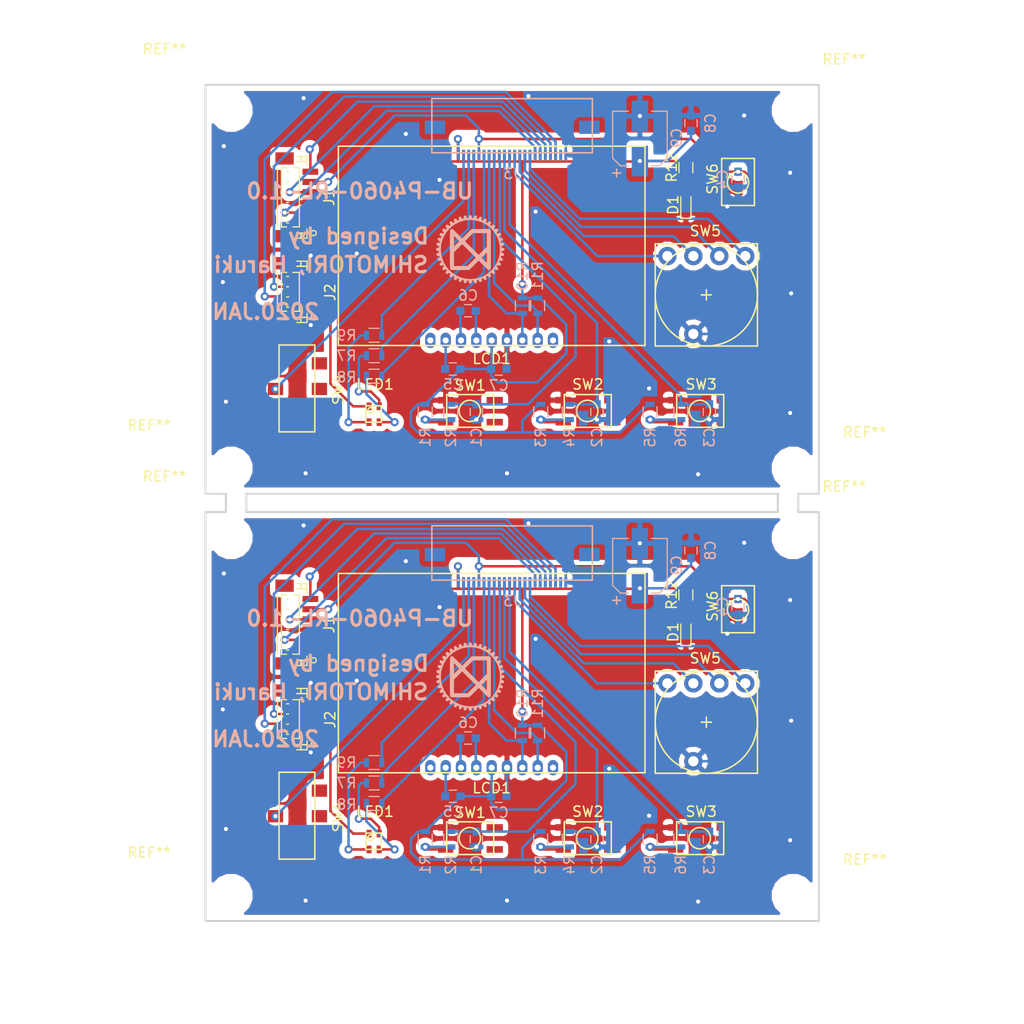
<source format=kicad_pcb>
(kicad_pcb (version 20171130) (host pcbnew "(5.0.0)")
  (layers (0 F.Cu signal) (31 B.Cu signal) (34 B.Paste user) (35 F.Paste user) (36 B.SilkS user) (37 F.SilkS user) (38 B.Mask user) (39 F.Mask user) (44 Edge.Cuts user))
  (net 0 "")
  (module Mounting_Holes:MountingHole_3.2mm_M3 (layer F.Cu) (at 172.5 102.5)
    (fp_text reference REF** (at -6.5 -6) (layer F.SilkS))
    (fp_text value MountingHole_3.2mm_M3)
    (pad 1 np_thru_hole circle (at 0 0) (size 3.2 3.2) (drill 3.2) (layers *.Cu *.Mask))
  )
  (module Footprint:OSTB0603C1C-A (layer F.Cu) (at 186 133 90)
    (fp_text reference LED1 (at 3.7 0.6 180) (layer F.SilkS))
    (fp_text value OSTB0603C1C-A)
    (pad 4 smd rect (at 0 1 90) (size 0.75 0.5) (layers F.Cu F.Paste F.Mask))
    (pad 2 smd rect (at 1.55 1 90) (size 0.75 0.5) (layers F.Cu F.Paste F.Mask))
    (pad 1 smd rect (at 1.55 0 90) (size 0.75 0.5) (layers F.Cu F.Paste F.Mask))
    (pad 3 smd rect (at 0 0 90) (size 0.75 0.5) (layers F.Cu F.Paste F.Mask))
  )
  (module Footprint:Molex_FFC_22 (layer B.Cu) (at 201.5 106.25)
    (fp_text reference J3 (at -1.5 2.45) (layer B.SilkS) (effects (justify mirror)))
    (fp_text value FFC)
    (pad 21 smd rect (at -6.25 0.6) (size 0.3 1) (layers B.Cu B.Paste B.Mask))
    (pad 18 smd rect (at -4.75 0.6) (size 0.3 1) (layers B.Cu B.Paste B.Mask))
    (pad 19 smd rect (at -5.25 0.6) (size 0.3 1) (layers B.Cu B.Paste B.Mask))
    (pad 20 smd rect (at -5.75 0.6) (size 0.3 1) (layers B.Cu B.Paste B.Mask))
    (pad 17 smd rect (at -4.25 0.6) (size 0.3 1) (layers B.Cu B.Paste B.Mask))
    (pad 22 smd rect (at -6.75 0.6) (size 0.3 1) (layers B.Cu B.Paste B.Mask))
    (pad 16 smd rect (at -3.75 0.6) (size 0.3 1) (layers B.Cu B.Paste B.Mask))
    (pad 15 smd rect (at -3.25 0.6) (size 0.3 1) (layers B.Cu B.Paste B.Mask))
    (pad 14 smd rect (at -2.75 0.6) (size 0.3 1) (layers B.Cu B.Paste B.Mask))
    (pad 13 smd rect (at -2.25 0.6) (size 0.3 1) (layers B.Cu B.Paste B.Mask))
    (pad 12 smd rect (at -1.75 0.6) (size 0.3 1) (layers B.Cu B.Paste B.Mask))
    (pad 11 smd rect (at -1.25 0.6) (size 0.3 1) (layers B.Cu B.Paste B.Mask))
    (pad "" smd rect (at -9.05 -2.1) (size 2 1.3) (layers B.Cu B.Paste B.Mask))
    (pad 7 smd rect (at 0.75 0.6) (size 0.3 1) (layers B.Cu B.Paste B.Mask))
    (pad "" smd rect (at 6.05 -2.1) (size 2 1.3) (layers B.Cu B.Paste B.Mask))
    (pad 6 smd rect (at 1.25 0.6) (size 0.3 1) (layers B.Cu B.Paste B.Mask))
    (pad 3 smd rect (at 2.75 0.6) (size 0.3 1) (layers B.Cu B.Paste B.Mask))
    (pad 4 smd rect (at 2.25 0.6) (size 0.3 1) (layers B.Cu B.Paste B.Mask))
    (pad 8 smd rect (at 0.25 0.6) (size 0.3 1) (layers B.Cu B.Paste B.Mask))
    (pad 1 smd rect (at 3.75 0.6) (size 0.3 1) (layers B.Cu B.Paste B.Mask))
    (pad 10 smd rect (at -0.75 0.6) (size 0.3 1) (layers B.Cu B.Paste B.Mask))
    (pad 2 smd rect (at 3.25 0.6) (size 0.3 1) (layers B.Cu B.Paste B.Mask))
    (pad 5 smd rect (at 1.75 0.6) (size 0.3 1) (layers B.Cu B.Paste B.Mask))
    (pad 9 smd rect (at -0.25 0.6) (size 0.3 1) (layers B.Cu B.Paste B.Mask))
  )
  (module sh:sh_2000 (layer B.Cu) (at 195.9 116.1)
    (fp_text reference G*** hide)
    (fp_text value LOGO hide)
  )
  (module Footprint:AQM0802A (layer F.Cu) (at 191 126.5)
    (fp_text reference LCD1 (at 7 0.5) (layer F.SilkS))
    (fp_text value AQM0802A)
    (pad 1 thru_hole oval (at 1 -1.5) (size 1 1.5) (drill 0.6) (layers *.Cu *.Mask))
    (pad 2 thru_hole oval (at 2.5 -1.5) (size 1 1.5) (drill 0.6) (layers *.Cu *.Mask))
    (pad 3 thru_hole oval (at 4 -1.5) (size 1 1.5) (drill 0.6) (layers *.Cu *.Mask))
    (pad 4 thru_hole oval (at 5.5 -1.5) (size 1 1.5) (drill 0.6) (layers *.Cu *.Mask))
    (pad 5 thru_hole oval (at 7 -1.5) (size 1 1.5) (drill 0.6) (layers *.Cu *.Mask))
    (pad 6 thru_hole oval (at 8.5 -1.5) (size 1 1.5) (drill 0.6) (layers *.Cu *.Mask))
    (pad 7 thru_hole oval (at 10 -1.5) (size 1 1.5) (drill 0.6) (layers *.Cu *.Mask))
    (pad 8 thru_hole oval (at 11.5 -1.5) (size 1 1.5) (drill 0.6) (layers *.Cu *.Mask))
    (pad 9 thru_hole oval (at 13 -1.5) (size 1 1.5) (drill 0.6) (layers *.Cu *.Mask))
  )
  (module Footprint:SSSS213202 (layer F.Cu) (at 179 129.75 90)
    (fp_text reference SW4 (at -0.05 4 90) (layer F.SilkS))
    (fp_text value SSSS213202)
    (pad "" smd rect (at 2.5 2.15 90) (size 1.2 1.5) (layers F.Cu F.Paste F.Mask))
    (pad "" smd rect (at -2.5 2.15 90) (size 1.2 1.5) (layers F.Cu F.Paste F.Mask))
    (pad 1 smd rect (at 2.5 -2.15 90) (size 1.2 1.5) (layers F.Cu F.Paste F.Mask))
    (pad 3 smd rect (at -2.5 -2.15 90) (size 1.2 1.5) (layers F.Cu F.Paste F.Mask))
    (pad 2 smd rect (at 0 -2.15 90) (size 1.2 1.5) (layers F.Cu F.Paste F.Mask))
    (pad "" smd rect (at 0 2.15 90) (size 1.2 1.5) (layers F.Cu F.Paste F.Mask))
  )
  (module Resistors_SMD:R_0603 (layer B.Cu) (at 205.6 132 270)
    (fp_text reference R4 (at 2.5 0 270) (layer B.SilkS) (effects (justify mirror)))
    (fp_text value 10k)
    (pad 1 smd rect (at -0.75 0 270) (size 0.5 0.9) (layers B.Cu B.Paste B.Mask))
    (pad 2 smd rect (at 0.75 0 270) (size 0.5 0.9) (layers B.Cu B.Paste B.Mask))
  )
  (module Footprint:SKRPACE010 (layer F.Cu) (at 216 133)
    (fp_text reference SW3 (at 2.5 -3.7) (layer F.SilkS))
    (fp_text value SKRPACE010)
    (pad 1 smd rect (at 0 0) (size 1.5 0.65) (layers F.Cu F.Paste F.Mask))
    (pad 3 smd rect (at 4.8 0) (size 1.6 0.65) (layers F.Cu F.Paste F.Mask))
    (pad 2 smd rect (at 0 -2.15) (size 1.5 0.65) (layers F.Cu F.Paste F.Mask))
    (pad 4 smd rect (at 4.8 -2.15) (size 1.6 0.65) (layers F.Cu F.Paste F.Mask))
  )
  (module Footprint:SKRPACE010 (layer F.Cu) (at 193.5 133)
    (fp_text reference SW1 (at 2.4 -3.6) (layer F.SilkS))
    (fp_text value SKRPACE010)
    (pad 1 smd rect (at 0 0) (size 1.5 0.65) (layers F.Cu F.Paste F.Mask))
    (pad 3 smd rect (at 4.8 0) (size 1.6 0.65) (layers F.Cu F.Paste F.Mask))
    (pad 2 smd rect (at 0 -2.15) (size 1.5 0.65) (layers F.Cu F.Paste F.Mask))
    (pad 4 smd rect (at 4.8 -2.15) (size 1.6 0.65) (layers F.Cu F.Paste F.Mask))
  )
  (module Resistors_SMD:R_0603 (layer F.Cu) (at 217 108.1 270)
    (fp_text reference R12 (at 0 1.4 270) (layer F.SilkS))
    (fp_text value 360)
    (pad 2 smd rect (at 0.75 0 270) (size 0.5 0.9) (layers F.Cu F.Paste F.Mask))
    (pad 1 smd rect (at -0.75 0 270) (size 0.5 0.9) (layers F.Cu F.Paste F.Mask))
  )
  (module Footprint:SKRPACE010 (layer F.Cu) (at 205 133)
    (fp_text reference SW2 (at 2.4 -3.7) (layer F.SilkS))
    (fp_text value SKRPACE010)
    (pad 4 smd rect (at 4.8 -2.15) (size 1.6 0.65) (layers F.Cu F.Paste F.Mask))
    (pad 2 smd rect (at 0 -2.15) (size 1.5 0.65) (layers F.Cu F.Paste F.Mask))
    (pad 3 smd rect (at 4.8 0) (size 1.6 0.65) (layers F.Cu F.Paste F.Mask))
    (pad 1 smd rect (at 0 0) (size 1.5 0.65) (layers F.Cu F.Paste F.Mask))
  )
  (module Resistors_SMD:R_0603 (layer B.Cu) (at 202.5 121.6 270)
    (fp_text reference R11 (at -2.9 0 270) (layer B.SilkS) (effects (justify mirror)))
    (fp_text value 4.7k)
    (pad 2 smd rect (at 0.75 0 270) (size 0.5 0.9) (layers B.Cu B.Paste B.Mask))
    (pad 1 smd rect (at -0.75 0 270) (size 0.5 0.9) (layers B.Cu B.Paste B.Mask))
  )
  (module Resistors_SMD:R_0603 (layer B.Cu) (at 216.5 132 270)
    (fp_text reference R6 (at 2.5 0 270) (layer B.SilkS) (effects (justify mirror)))
    (fp_text value 10k)
    (pad 1 smd rect (at -0.75 0 270) (size 0.5 0.9) (layers B.Cu B.Paste B.Mask))
    (pad 2 smd rect (at 0.75 0 270) (size 0.5 0.9) (layers B.Cu B.Paste B.Mask))
  )
  (module Resistors_SMD:R_0603 (layer B.Cu) (at 201 121.6 270)
    (fp_text reference R10 (at -2.9 0 270) (layer B.SilkS) (effects (justify mirror)))
    (fp_text value 4.7k)
    (pad 1 smd rect (at -0.75 0 270) (size 0.5 0.9) (layers B.Cu B.Paste B.Mask))
    (pad 2 smd rect (at 0.75 0 270) (size 0.5 0.9) (layers B.Cu B.Paste B.Mask))
  )
  (module Resistors_SMD:R_0603 (layer B.Cu) (at 186.5 128.5 180)
    (fp_text reference R8 (at 2.7 -0.1 180) (layer B.SilkS) (effects (justify mirror)))
    (fp_text value 680)
    (pad 2 smd rect (at 0.75 0 180) (size 0.5 0.9) (layers B.Cu B.Paste B.Mask))
    (pad 1 smd rect (at -0.75 0 180) (size 0.5 0.9) (layers B.Cu B.Paste B.Mask))
  )
  (module Resistors_SMD:R_0603 (layer B.Cu) (at 186.5 126.5 180)
    (fp_text reference R7 (at 2.7 0 180) (layer B.SilkS) (effects (justify mirror)))
    (fp_text value 1.2k)
    (pad 1 smd rect (at -0.75 0 180) (size 0.5 0.9) (layers B.Cu B.Paste B.Mask))
    (pad 2 smd rect (at 0.75 0 180) (size 0.5 0.9) (layers B.Cu B.Paste B.Mask))
  )
  (module Resistors_SMD:R_0603 (layer B.Cu) (at 202.8 132 270)
    (fp_text reference R3 (at 2.5 0 270) (layer B.SilkS) (effects (justify mirror)))
    (fp_text value 10k)
    (pad 2 smd rect (at 0.75 0 270) (size 0.5 0.9) (layers B.Cu B.Paste B.Mask))
    (pad 1 smd rect (at -0.75 0 270) (size 0.5 0.9) (layers B.Cu B.Paste B.Mask))
  )
  (module Connectors_JST:JST_SH_BM04B-SRSS-TB_04x1.00mm_Straight (layer F.Cu) (at 179 120.25 90)
    (fp_text reference J2 (at -0.05 3.2 90) (layer F.SilkS))
    (fp_text value SH)
    (pad 1 smd rect (at -1.5 1.2625 90) (size 0.6 1.55) (layers F.Cu F.Paste F.Mask))
    (pad 2 smd rect (at -0.5 1.2625 90) (size 0.6 1.55) (layers F.Cu F.Paste F.Mask))
    (pad 3 smd rect (at 0.5 1.2625 90) (size 0.6 1.55) (layers F.Cu F.Paste F.Mask))
    (pad 4 smd rect (at 1.5 1.2625 90) (size 0.6 1.55) (layers F.Cu F.Paste F.Mask))
    (pad "" smd rect (at -2.8 -1.2625 90) (size 1.2 1.8) (layers F.Cu F.Paste F.Mask))
    (pad "" smd rect (at 2.8 -1.2625 90) (size 1.2 1.8) (layers F.Cu F.Paste F.Mask))
  )
  (module Connectors_JST:JST_SH_BM06B-SRSS-TB_06x1.00mm_Straight (layer F.Cu) (at 179 111 90)
    (fp_text reference J1 (at 0 3.1 90) (layer F.SilkS))
    (fp_text value SH)
    (pad 1 smd rect (at -2.5 1.2625 90) (size 0.6 1.55) (layers F.Cu F.Paste F.Mask))
    (pad 2 smd rect (at -1.5 1.2625 90) (size 0.6 1.55) (layers F.Cu F.Paste F.Mask))
    (pad 3 smd rect (at -0.5 1.2625 90) (size 0.6 1.55) (layers F.Cu F.Paste F.Mask))
    (pad 4 smd rect (at 0.5 1.2625 90) (size 0.6 1.55) (layers F.Cu F.Paste F.Mask))
    (pad 5 smd rect (at 1.5 1.2625 90) (size 0.6 1.55) (layers F.Cu F.Paste F.Mask))
    (pad 6 smd rect (at 2.5 1.2625 90) (size 0.6 1.55) (layers F.Cu F.Paste F.Mask))
    (pad "" smd rect (at -3.8 -1.2625 90) (size 1.2 1.8) (layers F.Cu F.Paste F.Mask))
    (pad "" smd rect (at 3.8 -1.2625 90) (size 1.2 1.8) (layers F.Cu F.Paste F.Mask))
  )
  (module Footprint:SKRPACE010 (layer F.Cu) (at 223.2 111.9 90)
    (fp_text reference SW6 (at 2.7 -3.6 90) (layer F.SilkS))
    (fp_text value SKRPACE010)
    (pad 4 smd rect (at 4.8 -2.15 90) (size 1.6 0.65) (layers F.Cu F.Paste F.Mask))
    (pad 2 smd rect (at 0 -2.15 90) (size 1.5 0.65) (layers F.Cu F.Paste F.Mask))
    (pad 3 smd rect (at 4.8 0 90) (size 1.6 0.65) (layers F.Cu F.Paste F.Mask))
    (pad 1 smd rect (at 0 0 90) (size 1.5 0.65) (layers F.Cu F.Paste F.Mask))
  )
  (module Resistors_SMD:R_0603 (layer B.Cu) (at 186.5 124.5 180)
    (fp_text reference R9 (at 2.7 0 180) (layer B.SilkS) (effects (justify mirror)))
    (fp_text value 470)
    (pad 2 smd rect (at 0.75 0 180) (size 0.5 0.9) (layers B.Cu B.Paste B.Mask))
    (pad 1 smd rect (at -0.75 0 180) (size 0.5 0.9) (layers B.Cu B.Paste B.Mask))
  )
  (module Resistors_SMD:R_0603 (layer B.Cu) (at 213.5 132 270)
    (fp_text reference R5 (at 2.5 0 270) (layer B.SilkS) (effects (justify mirror)))
    (fp_text value 10k)
    (pad 2 smd rect (at 0.75 0 270) (size 0.5 0.9) (layers B.Cu B.Paste B.Mask))
    (pad 1 smd rect (at -0.75 0 270) (size 0.5 0.9) (layers B.Cu B.Paste B.Mask))
  )
  (module LEDs:LED_0603 (layer F.Cu) (at 217 111.75 90)
    (fp_text reference D1 (at 0 -1.25 90) (layer F.SilkS))
    (fp_text value LED)
    (pad 2 smd rect (at 0.8 0 270) (size 0.8 0.8) (layers F.Cu F.Paste F.Mask))
    (pad 1 smd rect (at -0.8 0 270) (size 0.8 0.8) (layers F.Cu F.Paste F.Mask))
  )
  (module Capacitors_SMD:C_0603 (layer B.Cu) (at 198.7 127.8 180)
    (fp_text reference C7 (at 0 -1.6 180) (layer B.SilkS) (effects (justify mirror)))
    (fp_text value 0.1u)
    (pad 1 smd rect (at -0.75 0 180) (size 0.8 0.75) (layers B.Cu B.Paste B.Mask))
    (pad 2 smd rect (at 0.75 0 180) (size 0.8 0.75) (layers B.Cu B.Paste B.Mask))
  )
  (module Capacitors_SMD:C_0603 (layer B.Cu) (at 208.3 132 90)
    (fp_text reference C2 (at -2.5 0 90) (layer B.SilkS) (effects (justify mirror)))
    (fp_text value 0.1u)
    (pad 2 smd rect (at 0.75 0 90) (size 0.8 0.75) (layers B.Cu B.Paste B.Mask))
    (pad 1 smd rect (at -0.75 0 90) (size 0.8 0.75) (layers B.Cu B.Paste B.Mask))
  )
  (module Capacitors_SMD:C_0603 (layer B.Cu) (at 194.2 127.8)
    (fp_text reference C5 (at 0 1.5) (layer B.SilkS) (effects (justify mirror)))
    (fp_text value 1u)
    (pad 2 smd rect (at 0.75 0) (size 0.8 0.75) (layers B.Cu B.Paste B.Mask))
    (pad 1 smd rect (at -0.75 0) (size 0.8 0.75) (layers B.Cu B.Paste B.Mask))
  )
  (module Mounting_Holes:MountingHole_3.2mm_M3 (layer F.Cu) (at 227.5 102.5)
    (fp_text reference REF** (at 5 -5) (layer F.SilkS))
    (fp_text value MountingHole_3.2mm_M3)
    (pad 1 np_thru_hole circle (at 0 0) (size 3.2 3.2) (drill 3.2) (layers *.Cu *.Mask))
  )
  (module Capacitors_SMD:C_0603 (layer B.Cu) (at 219.3 132 90)
    (fp_text reference C3 (at -2.5 0 90) (layer B.SilkS) (effects (justify mirror)))
    (fp_text value 0.1u)
    (pad 2 smd rect (at 0.75 0 90) (size 0.8 0.75) (layers B.Cu B.Paste B.Mask))
    (pad 1 smd rect (at -0.75 0 90) (size 0.8 0.75) (layers B.Cu B.Paste B.Mask))
  )
  (module Capacitors_SMD:C_0603 (layer B.Cu) (at 196.5 132 90)
    (fp_text reference C1 (at -2.5 0 90) (layer B.SilkS) (effects (justify mirror)))
    (fp_text value 0.1u)
    (pad 1 smd rect (at -0.75 0 90) (size 0.8 0.75) (layers B.Cu B.Paste B.Mask))
    (pad 2 smd rect (at 0.75 0 90) (size 0.8 0.75) (layers B.Cu B.Paste B.Mask))
  )
  (module Footprint:FR01SC16P (layer F.Cu) (at 219 116.75)
    (fp_text reference SW5 (at -0.1 -2.45) (layer F.SilkS))
    (fp_text value FR01SC16P-S)
    (pad 4 thru_hole circle (at 1.27 0) (size 1.8 1.8) (drill 1) (layers *.Cu *.Mask))
    (pad 2 thru_hole circle (at -1.27 0) (size 1.8 1.8) (drill 1) (layers *.Cu *.Mask))
    (pad 1 thru_hole circle (at -3.81 0) (size 1.8 1.8) (drill 1) (layers *.Cu *.Mask))
    (pad 8 thru_hole circle (at 3.81 0) (size 1.8 1.8) (drill 1) (layers *.Cu *.Mask))
    (pad C thru_hole circle (at -1.27 7.62) (size 1.8 1.8) (drill 1) (layers *.Cu *.Mask))
  )
  (module Mounting_Holes:MountingHole_3.2mm_M3 (layer F.Cu) (at 172.5 137.5)
    (fp_text reference REF** (at -8 -4.2) (layer F.SilkS))
    (fp_text value MountingHole_3.2mm_M3)
    (pad 1 np_thru_hole circle (at 0 0) (size 3.2 3.2) (drill 3.2) (layers *.Cu *.Mask))
  )
  (module Resistors_SMD:R_0603 (layer B.Cu) (at 194 132 270)
    (fp_text reference R2 (at 2.5 0 270) (layer B.SilkS) (effects (justify mirror)))
    (fp_text value 10k)
    (pad 1 smd rect (at -0.75 0 270) (size 0.5 0.9) (layers B.Cu B.Paste B.Mask))
    (pad 2 smd rect (at 0.75 0 270) (size 0.5 0.9) (layers B.Cu B.Paste B.Mask))
  )
  (module Capacitors_SMD:C_0603 (layer B.Cu) (at 195.7 122.1 180)
    (fp_text reference C6 (at 0 1.5 180) (layer B.SilkS) (effects (justify mirror)))
    (fp_text value 1u)
    (pad 1 smd rect (at -0.75 0 180) (size 0.8 0.75) (layers B.Cu B.Paste B.Mask))
    (pad 2 smd rect (at 0.75 0 180) (size 0.8 0.75) (layers B.Cu B.Paste B.Mask))
  )
  (module Capacitors_SMD:C_0603 (layer B.Cu) (at 222.1 109.25 270)
    (fp_text reference C4 (at 0 1.5 270) (layer B.SilkS) (effects (justify mirror)))
    (fp_text value 0.1u)
    (pad 1 smd rect (at -0.75 0 270) (size 0.8 0.75) (layers B.Cu B.Paste B.Mask))
    (pad 2 smd rect (at 0.75 0 270) (size 0.8 0.75) (layers B.Cu B.Paste B.Mask))
  )
  (module Resistors_SMD:R_0603 (layer B.Cu) (at 191.5 132 270)
    (fp_text reference R1 (at 2.5 0 270) (layer B.SilkS) (effects (justify mirror)))
    (fp_text value 10k)
    (pad 2 smd rect (at 0.75 0 270) (size 0.5 0.9) (layers B.Cu B.Paste B.Mask))
    (pad 1 smd rect (at -0.75 0 270) (size 0.5 0.9) (layers B.Cu B.Paste B.Mask))
  )
  (module Capacitors_SMD:CP_Elec_5x5.8 (layer B.Cu) (at 212.5 105.25 90)
    (fp_text reference C9 (at 0.05 3.6 90) (layer B.SilkS) (effects (justify mirror)))
    (fp_text value 82u)
    (fp_text user + (at -3.38 -2.35 90) (layer B.SilkS) (effects (justify mirror)))
    (pad 1 smd rect (at -2.2 0 270) (size 3 1.6) (layers B.Cu B.Paste B.Mask))
    (pad 2 smd rect (at 2.2 0 270) (size 3 1.6) (layers B.Cu B.Paste B.Mask))
  )
  (module Capacitors_SMD:C_0603 (layer B.Cu) (at 217.5 103.75 90)
    (fp_text reference C8 (at 0 1.9 90) (layer B.SilkS) (effects (justify mirror)))
    (fp_text value 0.1)
    (pad 2 smd rect (at 0.75 0 90) (size 0.8 0.75) (layers B.Cu B.Paste B.Mask))
    (pad 1 smd rect (at -0.75 0 90) (size 0.8 0.75) (layers B.Cu B.Paste B.Mask))
  )
  (module Mounting_Holes:MountingHole_3.2mm_M3 (layer F.Cu) (at 227.5 137.5)
    (fp_text reference REF** (at 7 -3.5) (layer F.SilkS))
    (fp_text value MountingHole_3.2mm_M3)
    (pad 1 np_thru_hole circle (at 0 0) (size 3.2 3.2) (drill 3.2) (layers *.Cu *.Mask))
  )
  (module Mounting_Holes:MountingHole_3.2mm_M3 (layer F.Cu) (at 172.5 60.7)
    (fp_text reference REF** (at -6.5 -6) (layer F.SilkS))
    (fp_text value MountingHole_3.2mm_M3)
    (pad 1 np_thru_hole circle (at 0 0) (size 3.2 3.2) (drill 3.2) (layers *.Cu *.Mask))
  )
  (module Footprint:OSTB0603C1C-A (layer F.Cu) (at 186 91.2 90)
    (fp_text reference LED1 (at 3.7 0.6 180) (layer F.SilkS))
    (fp_text value OSTB0603C1C-A)
    (pad 4 smd rect (at 0 1 90) (size 0.75 0.5) (layers F.Cu F.Paste F.Mask))
    (pad 2 smd rect (at 1.55 1 90) (size 0.75 0.5) (layers F.Cu F.Paste F.Mask))
    (pad 1 smd rect (at 1.55 0 90) (size 0.75 0.5) (layers F.Cu F.Paste F.Mask))
    (pad 3 smd rect (at 0 0 90) (size 0.75 0.5) (layers F.Cu F.Paste F.Mask))
  )
  (module Footprint:Molex_FFC_22 (layer B.Cu) (at 201.5 64.45)
    (fp_text reference J3 (at -1.5 2.45) (layer B.SilkS) (effects (justify mirror)))
    (fp_text value FFC)
    (pad 21 smd rect (at -6.25 0.6) (size 0.3 1) (layers B.Cu B.Paste B.Mask))
    (pad 18 smd rect (at -4.75 0.6) (size 0.3 1) (layers B.Cu B.Paste B.Mask))
    (pad 19 smd rect (at -5.25 0.6) (size 0.3 1) (layers B.Cu B.Paste B.Mask))
    (pad 20 smd rect (at -5.75 0.6) (size 0.3 1) (layers B.Cu B.Paste B.Mask))
    (pad 17 smd rect (at -4.25 0.6) (size 0.3 1) (layers B.Cu B.Paste B.Mask))
    (pad 22 smd rect (at -6.75 0.6) (size 0.3 1) (layers B.Cu B.Paste B.Mask))
    (pad 16 smd rect (at -3.75 0.6) (size 0.3 1) (layers B.Cu B.Paste B.Mask))
    (pad 15 smd rect (at -3.25 0.6) (size 0.3 1) (layers B.Cu B.Paste B.Mask))
    (pad 14 smd rect (at -2.75 0.6) (size 0.3 1) (layers B.Cu B.Paste B.Mask))
    (pad 13 smd rect (at -2.25 0.6) (size 0.3 1) (layers B.Cu B.Paste B.Mask))
    (pad 12 smd rect (at -1.75 0.6) (size 0.3 1) (layers B.Cu B.Paste B.Mask))
    (pad 11 smd rect (at -1.25 0.6) (size 0.3 1) (layers B.Cu B.Paste B.Mask))
    (pad "" smd rect (at -9.05 -2.1) (size 2 1.3) (layers B.Cu B.Paste B.Mask))
    (pad 7 smd rect (at 0.75 0.6) (size 0.3 1) (layers B.Cu B.Paste B.Mask))
    (pad "" smd rect (at 6.05 -2.1) (size 2 1.3) (layers B.Cu B.Paste B.Mask))
    (pad 6 smd rect (at 1.25 0.6) (size 0.3 1) (layers B.Cu B.Paste B.Mask))
    (pad 3 smd rect (at 2.75 0.6) (size 0.3 1) (layers B.Cu B.Paste B.Mask))
    (pad 4 smd rect (at 2.25 0.6) (size 0.3 1) (layers B.Cu B.Paste B.Mask))
    (pad 8 smd rect (at 0.25 0.6) (size 0.3 1) (layers B.Cu B.Paste B.Mask))
    (pad 1 smd rect (at 3.75 0.6) (size 0.3 1) (layers B.Cu B.Paste B.Mask))
    (pad 10 smd rect (at -0.75 0.6) (size 0.3 1) (layers B.Cu B.Paste B.Mask))
    (pad 2 smd rect (at 3.25 0.6) (size 0.3 1) (layers B.Cu B.Paste B.Mask))
    (pad 5 smd rect (at 1.75 0.6) (size 0.3 1) (layers B.Cu B.Paste B.Mask))
    (pad 9 smd rect (at -0.25 0.6) (size 0.3 1) (layers B.Cu B.Paste B.Mask))
  )
  (module sh:sh_2000 (layer B.Cu) (at 195.9 74.3)
    (fp_text reference G*** hide)
    (fp_text value LOGO hide)
  )
  (module Footprint:AQM0802A (layer F.Cu) (at 191 84.7)
    (fp_text reference LCD1 (at 7 0.3) (layer F.SilkS))
    (fp_text value AQM0802A)
    (pad 1 thru_hole oval (at 1 -1.5) (size 1 1.5) (drill 0.6) (layers *.Cu *.Mask))
    (pad 2 thru_hole oval (at 2.5 -1.5) (size 1 1.5) (drill 0.6) (layers *.Cu *.Mask))
    (pad 3 thru_hole oval (at 4 -1.5) (size 1 1.5) (drill 0.6) (layers *.Cu *.Mask))
    (pad 4 thru_hole oval (at 5.5 -1.5) (size 1 1.5) (drill 0.6) (layers *.Cu *.Mask))
    (pad 5 thru_hole oval (at 7 -1.5) (size 1 1.5) (drill 0.6) (layers *.Cu *.Mask))
    (pad 6 thru_hole oval (at 8.5 -1.5) (size 1 1.5) (drill 0.6) (layers *.Cu *.Mask))
    (pad 7 thru_hole oval (at 10 -1.5) (size 1 1.5) (drill 0.6) (layers *.Cu *.Mask))
    (pad 8 thru_hole oval (at 11.5 -1.5) (size 1 1.5) (drill 0.6) (layers *.Cu *.Mask))
    (pad 9 thru_hole oval (at 13 -1.5) (size 1 1.5) (drill 0.6) (layers *.Cu *.Mask))
  )
  (module Footprint:SSSS213202 (layer F.Cu) (at 179 87.95 90)
    (fp_text reference SW4 (at -0.05 4 90) (layer F.SilkS))
    (fp_text value SSSS213202)
    (pad "" smd rect (at 2.5 2.15 90) (size 1.2 1.5) (layers F.Cu F.Paste F.Mask))
    (pad "" smd rect (at -2.5 2.15 90) (size 1.2 1.5) (layers F.Cu F.Paste F.Mask))
    (pad 1 smd rect (at 2.5 -2.15 90) (size 1.2 1.5) (layers F.Cu F.Paste F.Mask))
    (pad 3 smd rect (at -2.5 -2.15 90) (size 1.2 1.5) (layers F.Cu F.Paste F.Mask))
    (pad 2 smd rect (at 0 -2.15 90) (size 1.2 1.5) (layers F.Cu F.Paste F.Mask))
    (pad "" smd rect (at 0 2.15 90) (size 1.2 1.5) (layers F.Cu F.Paste F.Mask))
  )
  (module Resistors_SMD:R_0603 (layer B.Cu) (at 205.6 90.2 270)
    (fp_text reference R4 (at 2.5 0 270) (layer B.SilkS) (effects (justify mirror)))
    (fp_text value 10k)
    (pad 1 smd rect (at -0.75 0 270) (size 0.5 0.9) (layers B.Cu B.Paste B.Mask))
    (pad 2 smd rect (at 0.75 0 270) (size 0.5 0.9) (layers B.Cu B.Paste B.Mask))
  )
  (module Footprint:SKRPACE010 (layer F.Cu) (at 216 91.2)
    (fp_text reference SW3 (at 2.5 -3.7) (layer F.SilkS))
    (fp_text value SKRPACE010)
    (pad 1 smd rect (at 0 0) (size 1.5 0.65) (layers F.Cu F.Paste F.Mask))
    (pad 3 smd rect (at 4.8 0) (size 1.6 0.65) (layers F.Cu F.Paste F.Mask))
    (pad 2 smd rect (at 0 -2.15) (size 1.5 0.65) (layers F.Cu F.Paste F.Mask))
    (pad 4 smd rect (at 4.8 -2.15) (size 1.6 0.65) (layers F.Cu F.Paste F.Mask))
  )
  (module Footprint:SKRPACE010 (layer F.Cu) (at 193.5 91.2)
    (fp_text reference SW1 (at 2.4 -3.6) (layer F.SilkS))
    (fp_text value SKRPACE010)
    (pad 1 smd rect (at 0 0) (size 1.5 0.65) (layers F.Cu F.Paste F.Mask))
    (pad 3 smd rect (at 4.8 0) (size 1.6 0.65) (layers F.Cu F.Paste F.Mask))
    (pad 2 smd rect (at 0 -2.15) (size 1.5 0.65) (layers F.Cu F.Paste F.Mask))
    (pad 4 smd rect (at 4.8 -2.15) (size 1.6 0.65) (layers F.Cu F.Paste F.Mask))
  )
  (module Resistors_SMD:R_0603 (layer F.Cu) (at 217 66.3 270)
    (fp_text reference R12 (at 0 1.4 270) (layer F.SilkS))
    (fp_text value 360)
    (pad 2 smd rect (at 0.75 0 270) (size 0.5 0.9) (layers F.Cu F.Paste F.Mask))
    (pad 1 smd rect (at -0.75 0 270) (size 0.5 0.9) (layers F.Cu F.Paste F.Mask))
  )
  (module Footprint:SKRPACE010 (layer F.Cu) (at 205 91.2)
    (fp_text reference SW2 (at 2.4 -3.7) (layer F.SilkS))
    (fp_text value SKRPACE010)
    (pad 4 smd rect (at 4.8 -2.15) (size 1.6 0.65) (layers F.Cu F.Paste F.Mask))
    (pad 2 smd rect (at 0 -2.15) (size 1.5 0.65) (layers F.Cu F.Paste F.Mask))
    (pad 3 smd rect (at 4.8 0) (size 1.6 0.65) (layers F.Cu F.Paste F.Mask))
    (pad 1 smd rect (at 0 0) (size 1.5 0.65) (layers F.Cu F.Paste F.Mask))
  )
  (module Resistors_SMD:R_0603 (layer B.Cu) (at 202.5 79.8 270)
    (fp_text reference R11 (at -2.9 0 270) (layer B.SilkS) (effects (justify mirror)))
    (fp_text value 4.7k)
    (pad 2 smd rect (at 0.75 0 270) (size 0.5 0.9) (layers B.Cu B.Paste B.Mask))
    (pad 1 smd rect (at -0.75 0 270) (size 0.5 0.9) (layers B.Cu B.Paste B.Mask))
  )
  (module Resistors_SMD:R_0603 (layer B.Cu) (at 216.5 90.2 270)
    (fp_text reference R6 (at 2.5 0 270) (layer B.SilkS) (effects (justify mirror)))
    (fp_text value 10k)
    (pad 1 smd rect (at -0.75 0 270) (size 0.5 0.9) (layers B.Cu B.Paste B.Mask))
    (pad 2 smd rect (at 0.75 0 270) (size 0.5 0.9) (layers B.Cu B.Paste B.Mask))
  )
  (module Resistors_SMD:R_0603 (layer B.Cu) (at 201 79.8 270)
    (fp_text reference R10 (at -2.9 0 270) (layer B.SilkS) (effects (justify mirror)))
    (fp_text value 4.7k)
    (pad 1 smd rect (at -0.75 0 270) (size 0.5 0.9) (layers B.Cu B.Paste B.Mask))
    (pad 2 smd rect (at 0.75 0 270) (size 0.5 0.9) (layers B.Cu B.Paste B.Mask))
  )
  (module Resistors_SMD:R_0603 (layer B.Cu) (at 186.5 86.7 180)
    (fp_text reference R8 (at 2.7 -0.1 180) (layer B.SilkS) (effects (justify mirror)))
    (fp_text value 680)
    (pad 2 smd rect (at 0.75 0 180) (size 0.5 0.9) (layers B.Cu B.Paste B.Mask))
    (pad 1 smd rect (at -0.75 0 180) (size 0.5 0.9) (layers B.Cu B.Paste B.Mask))
  )
  (module Resistors_SMD:R_0603 (layer B.Cu) (at 186.5 84.7 180)
    (fp_text reference R7 (at 2.7 0 180) (layer B.SilkS) (effects (justify mirror)))
    (fp_text value 1.2k)
    (pad 1 smd rect (at -0.75 0 180) (size 0.5 0.9) (layers B.Cu B.Paste B.Mask))
    (pad 2 smd rect (at 0.75 0 180) (size 0.5 0.9) (layers B.Cu B.Paste B.Mask))
  )
  (module Resistors_SMD:R_0603 (layer B.Cu) (at 202.8 90.2 270)
    (fp_text reference R3 (at 2.5 0 270) (layer B.SilkS) (effects (justify mirror)))
    (fp_text value 10k)
    (pad 2 smd rect (at 0.75 0 270) (size 0.5 0.9) (layers B.Cu B.Paste B.Mask))
    (pad 1 smd rect (at -0.75 0 270) (size 0.5 0.9) (layers B.Cu B.Paste B.Mask))
  )
  (module Connectors_JST:JST_SH_BM04B-SRSS-TB_04x1.00mm_Straight (layer F.Cu) (at 179 78.45 90)
    (fp_text reference J2 (at -0.05 3.2 90) (layer F.SilkS))
    (fp_text value SH)
    (pad 1 smd rect (at -1.5 1.2625 90) (size 0.6 1.55) (layers F.Cu F.Paste F.Mask))
    (pad 2 smd rect (at -0.5 1.2625 90) (size 0.6 1.55) (layers F.Cu F.Paste F.Mask))
    (pad 3 smd rect (at 0.5 1.2625 90) (size 0.6 1.55) (layers F.Cu F.Paste F.Mask))
    (pad 4 smd rect (at 1.5 1.2625 90) (size 0.6 1.55) (layers F.Cu F.Paste F.Mask))
    (pad "" smd rect (at -2.8 -1.2625 90) (size 1.2 1.8) (layers F.Cu F.Paste F.Mask))
    (pad "" smd rect (at 2.8 -1.2625 90) (size 1.2 1.8) (layers F.Cu F.Paste F.Mask))
  )
  (module Connectors_JST:JST_SH_BM06B-SRSS-TB_06x1.00mm_Straight (layer F.Cu) (at 179 69.2 90)
    (fp_text reference J1 (at 0 3.1 90) (layer F.SilkS))
    (fp_text value SH)
    (pad 1 smd rect (at -2.5 1.2625 90) (size 0.6 1.55) (layers F.Cu F.Paste F.Mask))
    (pad 2 smd rect (at -1.5 1.2625 90) (size 0.6 1.55) (layers F.Cu F.Paste F.Mask))
    (pad 3 smd rect (at -0.5 1.2625 90) (size 0.6 1.55) (layers F.Cu F.Paste F.Mask))
    (pad 4 smd rect (at 0.5 1.2625 90) (size 0.6 1.55) (layers F.Cu F.Paste F.Mask))
    (pad 5 smd rect (at 1.5 1.2625 90) (size 0.6 1.55) (layers F.Cu F.Paste F.Mask))
    (pad 6 smd rect (at 2.5 1.2625 90) (size 0.6 1.55) (layers F.Cu F.Paste F.Mask))
    (pad "" smd rect (at -3.8 -1.2625 90) (size 1.2 1.8) (layers F.Cu F.Paste F.Mask))
    (pad "" smd rect (at 3.8 -1.2625 90) (size 1.2 1.8) (layers F.Cu F.Paste F.Mask))
  )
  (module Footprint:SKRPACE010 (layer F.Cu) (at 223.2 70.1 90)
    (fp_text reference SW6 (at 2.7 -3.6 90) (layer F.SilkS))
    (fp_text value SKRPACE010)
    (pad 4 smd rect (at 4.8 -2.15 90) (size 1.6 0.65) (layers F.Cu F.Paste F.Mask))
    (pad 2 smd rect (at 0 -2.15 90) (size 1.5 0.65) (layers F.Cu F.Paste F.Mask))
    (pad 3 smd rect (at 4.8 0 90) (size 1.6 0.65) (layers F.Cu F.Paste F.Mask))
    (pad 1 smd rect (at 0 0 90) (size 1.5 0.65) (layers F.Cu F.Paste F.Mask))
  )
  (module Resistors_SMD:R_0603 (layer B.Cu) (at 186.5 82.7 180)
    (fp_text reference R9 (at 2.7 0 180) (layer B.SilkS) (effects (justify mirror)))
    (fp_text value 470)
    (pad 2 smd rect (at 0.75 0 180) (size 0.5 0.9) (layers B.Cu B.Paste B.Mask))
    (pad 1 smd rect (at -0.75 0 180) (size 0.5 0.9) (layers B.Cu B.Paste B.Mask))
  )
  (module Resistors_SMD:R_0603 (layer B.Cu) (at 213.5 90.2 270)
    (fp_text reference R5 (at 2.5 0 270) (layer B.SilkS) (effects (justify mirror)))
    (fp_text value 10k)
    (pad 2 smd rect (at 0.75 0 270) (size 0.5 0.9) (layers B.Cu B.Paste B.Mask))
    (pad 1 smd rect (at -0.75 0 270) (size 0.5 0.9) (layers B.Cu B.Paste B.Mask))
  )
  (module LEDs:LED_0603 (layer F.Cu) (at 217 69.95 90)
    (fp_text reference D1 (at 0 -1.25 90) (layer F.SilkS))
    (fp_text value LED)
    (pad 2 smd rect (at 0.8 0 270) (size 0.8 0.8) (layers F.Cu F.Paste F.Mask))
    (pad 1 smd rect (at -0.8 0 270) (size 0.8 0.8) (layers F.Cu F.Paste F.Mask))
  )
  (module Capacitors_SMD:C_0603 (layer B.Cu) (at 198.7 86 180)
    (fp_text reference C7 (at 0 -1.6 180) (layer B.SilkS) (effects (justify mirror)))
    (fp_text value 0.1u)
    (pad 1 smd rect (at -0.75 0 180) (size 0.8 0.75) (layers B.Cu B.Paste B.Mask))
    (pad 2 smd rect (at 0.75 0 180) (size 0.8 0.75) (layers B.Cu B.Paste B.Mask))
  )
  (module Capacitors_SMD:C_0603 (layer B.Cu) (at 208.3 90.2 90)
    (fp_text reference C2 (at -2.5 0 90) (layer B.SilkS) (effects (justify mirror)))
    (fp_text value 0.1u)
    (pad 2 smd rect (at 0.75 0 90) (size 0.8 0.75) (layers B.Cu B.Paste B.Mask))
    (pad 1 smd rect (at -0.75 0 90) (size 0.8 0.75) (layers B.Cu B.Paste B.Mask))
  )
  (module Capacitors_SMD:C_0603 (layer B.Cu) (at 194.2 86)
    (fp_text reference C5 (at 0 1.5) (layer B.SilkS) (effects (justify mirror)))
    (fp_text value 1u)
    (pad 2 smd rect (at 0.75 0) (size 0.8 0.75) (layers B.Cu B.Paste B.Mask))
    (pad 1 smd rect (at -0.75 0) (size 0.8 0.75) (layers B.Cu B.Paste B.Mask))
  )
  (module Mounting_Holes:MountingHole_3.2mm_M3 (layer F.Cu) (at 227.5 60.7)
    (fp_text reference REF** (at 5 -5) (layer F.SilkS))
    (fp_text value MountingHole_3.2mm_M3)
    (pad 1 np_thru_hole circle (at 0 0) (size 3.2 3.2) (drill 3.2) (layers *.Cu *.Mask))
  )
  (module Capacitors_SMD:C_0603 (layer B.Cu) (at 219.3 90.2 90)
    (fp_text reference C3 (at -2.5 0 90) (layer B.SilkS) (effects (justify mirror)))
    (fp_text value 0.1u)
    (pad 2 smd rect (at 0.75 0 90) (size 0.8 0.75) (layers B.Cu B.Paste B.Mask))
    (pad 1 smd rect (at -0.75 0 90) (size 0.8 0.75) (layers B.Cu B.Paste B.Mask))
  )
  (module Capacitors_SMD:C_0603 (layer B.Cu) (at 196.5 90.2 90)
    (fp_text reference C1 (at -2.5 0 90) (layer B.SilkS) (effects (justify mirror)))
    (fp_text value 0.1u)
    (pad 1 smd rect (at -0.75 0 90) (size 0.8 0.75) (layers B.Cu B.Paste B.Mask))
    (pad 2 smd rect (at 0.75 0 90) (size 0.8 0.75) (layers B.Cu B.Paste B.Mask))
  )
  (module Footprint:FR01SC16P (layer F.Cu) (at 219 74.95)
    (fp_text reference SW5 (at -0.1 -2.45) (layer F.SilkS))
    (fp_text value FR01SC16P-S)
    (pad 4 thru_hole circle (at 1.27 0) (size 1.8 1.8) (drill 1) (layers *.Cu *.Mask))
    (pad 2 thru_hole circle (at -1.27 0) (size 1.8 1.8) (drill 1) (layers *.Cu *.Mask))
    (pad 1 thru_hole circle (at -3.81 0) (size 1.8 1.8) (drill 1) (layers *.Cu *.Mask))
    (pad 8 thru_hole circle (at 3.81 0) (size 1.8 1.8) (drill 1) (layers *.Cu *.Mask))
    (pad C thru_hole circle (at -1.27 7.62) (size 1.8 1.8) (drill 1) (layers *.Cu *.Mask))
  )
  (module Mounting_Holes:MountingHole_3.2mm_M3 (layer F.Cu) (at 172.5 95.7)
    (fp_text reference REF** (at -8 -4.2) (layer F.SilkS))
    (fp_text value MountingHole_3.2mm_M3)
    (pad 1 np_thru_hole circle (at 0 0) (size 3.2 3.2) (drill 3.2) (layers *.Cu *.Mask))
  )
  (module Resistors_SMD:R_0603 (layer B.Cu) (at 194 90.2 270)
    (fp_text reference R2 (at 2.5 0 270) (layer B.SilkS) (effects (justify mirror)))
    (fp_text value 10k)
    (pad 1 smd rect (at -0.75 0 270) (size 0.5 0.9) (layers B.Cu B.Paste B.Mask))
    (pad 2 smd rect (at 0.75 0 270) (size 0.5 0.9) (layers B.Cu B.Paste B.Mask))
  )
  (module Capacitors_SMD:C_0603 (layer B.Cu) (at 195.7 80.3 180)
    (fp_text reference C6 (at 0 1.5 180) (layer B.SilkS) (effects (justify mirror)))
    (fp_text value 1u)
    (pad 1 smd rect (at -0.75 0 180) (size 0.8 0.75) (layers B.Cu B.Paste B.Mask))
    (pad 2 smd rect (at 0.75 0 180) (size 0.8 0.75) (layers B.Cu B.Paste B.Mask))
  )
  (module Capacitors_SMD:C_0603 (layer B.Cu) (at 222.1 67.45 270)
    (fp_text reference C4 (at 0 1.5 270) (layer B.SilkS) (effects (justify mirror)))
    (fp_text value 0.1u)
    (pad 1 smd rect (at -0.75 0 270) (size 0.8 0.75) (layers B.Cu B.Paste B.Mask))
    (pad 2 smd rect (at 0.75 0 270) (size 0.8 0.75) (layers B.Cu B.Paste B.Mask))
  )
  (module Resistors_SMD:R_0603 (layer B.Cu) (at 191.5 90.2 270)
    (fp_text reference R1 (at 2.5 0 270) (layer B.SilkS) (effects (justify mirror)))
    (fp_text value 10k)
    (pad 2 smd rect (at 0.75 0 270) (size 0.5 0.9) (layers B.Cu B.Paste B.Mask))
    (pad 1 smd rect (at -0.75 0 270) (size 0.5 0.9) (layers B.Cu B.Paste B.Mask))
  )
  (module Capacitors_SMD:CP_Elec_5x5.8 (layer B.Cu) (at 212.5 63.45 90)
    (fp_text reference C9 (at 0.05 3.6 90) (layer B.SilkS) (effects (justify mirror)))
    (fp_text value 82u)
    (fp_text user + (at -3.38 -2.35 90) (layer B.SilkS) (effects (justify mirror)))
    (pad 1 smd rect (at -2.2 0 270) (size 3 1.6) (layers B.Cu B.Paste B.Mask))
    (pad 2 smd rect (at 2.2 0 270) (size 3 1.6) (layers B.Cu B.Paste B.Mask))
  )
  (module Capacitors_SMD:C_0603 (layer B.Cu) (at 217.5 61.95 90)
    (fp_text reference C8 (at 0 1.9 90) (layer B.SilkS) (effects (justify mirror)))
    (fp_text value 0.1)
    (pad 2 smd rect (at 0.75 0 90) (size 0.8 0.75) (layers B.Cu B.Paste B.Mask))
    (pad 1 smd rect (at -0.75 0 90) (size 0.8 0.75) (layers B.Cu B.Paste B.Mask))
  )
  (module Mounting_Holes:MountingHole_3.2mm_M3 (layer F.Cu) (at 227.5 95.7)
    (fp_text reference REF** (at 7 -3.5) (layer F.SilkS))
    (fp_text value MountingHole_3.2mm_M3)
    (pad 1 np_thru_hole circle (at 0 0) (size 3.2 3.2) (drill 3.2) (layers *.Cu *.Mask))
  )
  (gr_line (start 228 98.2) (end 230 98.2) (layer Edge.Cuts) (width 0.2))
  (gr_line (start 228 100) (end 228 98.2) (layer Edge.Cuts) (width 0.2))
  (gr_line (start 230 100) (end 228 100) (layer Edge.Cuts) (width 0.2))
  (gr_line (start 226 98.2) (end 174 98.2) (layer Edge.Cuts) (width 0.2))
  (gr_line (start 226 100) (end 226 98.2) (layer Edge.Cuts) (width 0.2))
  (gr_line (start 174 100) (end 226 100) (layer Edge.Cuts) (width 0.2))
  (gr_line (start 174 98.2) (end 174 100) (layer Edge.Cuts) (width 0.2))
  (gr_line (start 172 98.2) (end 170 98.2) (layer Edge.Cuts) (width 0.2))
  (gr_line (start 172 100) (end 172 98.2) (layer Edge.Cuts) (width 0.2))
  (gr_line (start 170 100) (end 172 100) (layer Edge.Cuts) (width 0.2))
  (gr_text "Designed by \n" (at 184.4 114.8) (layer B.SilkS) (effects (font (size 1.5 1.5) (thickness 0.3)) (justify mirror)))
  (gr_text "SHIMOTORI, Haruki" (at 181.3 117.6) (layer B.SilkS) (effects (font (size 1.5 1.5) (thickness 0.3)) (justify mirror)))
  (gr_text 2020.JAN (at 175.9 122.2) (layer B.SilkS) (effects (font (size 1.5 1.5) (thickness 0.3)) (justify mirror)))
  (gr_text UB-P4060-RL-1.0 (at 185.1 110.4) (layer B.SilkS) (effects (font (size 1.5 1.5) (thickness 0.3)) (justify mirror)))
  (gr_circle (center 227.5 137.5) (end 227.5 136.2) (layer Edge.Cuts) (width 0.2))
  (gr_circle (center 227.5 102.5) (end 227.5 101.2) (layer Edge.Cuts) (width 0.2))
  (gr_circle (center 172.5 137.5) (end 172.5 136.2) (layer Edge.Cuts) (width 0.2))
  (gr_line (start 170 100) (end 170 140) (layer Edge.Cuts) (width 0.2))
  (gr_circle (center 172.5 102.5) (end 172.5 101.2) (layer Edge.Cuts) (width 0.2))
  (gr_line (start 230 140) (end 230 100) (layer Edge.Cuts) (width 0.2))
  (gr_line (start 170 140) (end 230 140) (layer Edge.Cuts) (width 0.2))
  (gr_text "Designed by \n" (at 184.4 73) (layer B.SilkS) (effects (font (size 1.5 1.5) (thickness 0.3)) (justify mirror)))
  (gr_text "SHIMOTORI, Haruki" (at 181.3 75.8) (layer B.SilkS) (effects (font (size 1.5 1.5) (thickness 0.3)) (justify mirror)))
  (gr_text 2020.JAN (at 175.9 80.4) (layer B.SilkS) (effects (font (size 1.5 1.5) (thickness 0.3)) (justify mirror)))
  (gr_text UB-P4060-RL-1.0 (at 185.1 68.6) (layer B.SilkS) (effects (font (size 1.5 1.5) (thickness 0.3)) (justify mirror)))
  (gr_circle (center 227.5 95.7) (end 227.5 94.4) (layer Edge.Cuts) (width 0.2))
  (gr_circle (center 227.5 60.7) (end 227.5 59.4) (layer Edge.Cuts) (width 0.2))
  (gr_circle (center 172.5 95.7) (end 172.5 94.4) (layer Edge.Cuts) (width 0.2))
  (gr_line (start 170 58.2) (end 170 98.2) (layer Edge.Cuts) (width 0.2))
  (gr_circle (center 172.5 60.7) (end 172.5 59.4) (layer Edge.Cuts) (width 0.2))
  (gr_line (start 230 58.2) (end 170 58.2) (layer Edge.Cuts) (width 0.2))
  (gr_line (start 230 98.2) (end 230 58.2) (layer Edge.Cuts) (width 0.2))
  (segment (start 194 89.45) (end 196.5 89.45) (width 0.25) (layer B.Cu) (net 0))
  (segment (start 201.55 89.45) (end 196.5 89.45) (width 0.25) (layer B.Cu) (net 0))
  (segment (start 198.75 65.05) (end 198.75 65.8) (width 0.25) (layer B.Cu) (net 0))
  (segment (start 198.8 65.85) (end 198.8 73.3) (width 0.25) (layer B.Cu) (net 0))
  (segment (start 198.8 73.3) (end 206.2 80.7) (width 0.25) (layer B.Cu) (net 0))
  (segment (start 198.75 65.8) (end 198.8 65.85) (width 0.25) (layer B.Cu) (net 0))
  (segment (start 206.2 84.8) (end 201.55 89.45) (width 0.25) (layer B.Cu) (net 0))
  (segment (start 206.2 80.7) (end 206.2 84.8) (width 0.25) (layer B.Cu) (net 0))
  (segment (start 215.2 85.1) (end 217.73 82.57) (width 0.25) (layer F.Cu) (net 0))
  (segment (start 206.414998 61.25) (end 211.45 61.25) (width 0.25) (layer B.Cu) (net 0))
  (segment (start 220.4 70.75) (end 221.05 70.1) (width 0.25) (layer F.Cu) (net 0))
  (segment (start 176.75 76.95) (end 180.2625 76.95) (width 0.25) (layer F.Cu) (net 0))
  (segment (start 174.1 78.9) (end 176 77) (width 0.25) (layer F.Cu) (net 0))
  (segment (start 217.45 61.25) (end 217.5 61.2) (width 0.25) (layer B.Cu) (net 0))
  (segment (start 176.85 90.45) (end 175.85 90.45) (width 0.25) (layer F.Cu) (net 0))
  (segment (start 211.4 61.3) (end 190.2 61.3) (width 0.25) (layer F.Cu) (net 0))
  (segment (start 199.5 85.95) (end 199.45 86) (width 0.25) (layer B.Cu) (net 0))
  (segment (start 199.5 84.2) (end 200.4 85.1) (width 0.25) (layer F.Cu) (net 0))
  (segment (start 200.4 85.1) (end 196.45 89.05) (width 0.25) (layer F.Cu) (net 0))
  (segment (start 181.8 69.7) (end 180.2625 69.7) (width 0.25) (layer F.Cu) (net 0))
  (segment (start 176 77) (end 176.2 77) (width 0.25) (layer F.Cu) (net 0))
  (segment (start 200.4 85.1) (end 215.2 85.1) (width 0.25) (layer F.Cu) (net 0))
  (segment (start 180.2625 69.7) (end 177.2 69.7) (width 0.25) (layer F.Cu) (net 0))
  (segment (start 205 89.05) (end 205 85.2) (width 0.25) (layer F.Cu) (net 0))
  (segment (start 215.2 87.675) (end 215.2 85.1) (width 0.25) (layer F.Cu) (net 0))
  (segment (start 205.25 62.414998) (end 206.414998 61.25) (width 0.25) (layer B.Cu) (net 0))
  (segment (start 217 70.75) (end 220.4 70.75) (width 0.25) (layer F.Cu) (net 0))
  (segment (start 211.45 61.25) (end 211.4 61.3) (width 0.25) (layer F.Cu) (net 0))
  (segment (start 216 89.05) (end 216 88.475) (width 0.25) (layer F.Cu) (net 0))
  (segment (start 212.5 61.25) (end 217.45 61.25) (width 0.25) (layer B.Cu) (net 0))
  (segment (start 222.7 61.2) (end 224.9 63.4) (width 0.25) (layer B.Cu) (net 0))
  (segment (start 195.4 89.85) (end 196.5 90.95) (width 0.25) (layer F.Cu) (net 0))
  (segment (start 175.85 90.45) (end 174.1 88.7) (width 0.25) (layer F.Cu) (net 0))
  (segment (start 195.4 89.05) (end 195.4 89.85) (width 0.25) (layer F.Cu) (net 0))
  (segment (start 176.1 76.95) (end 176.75 76.95) (width 0.25) (layer F.Cu) (net 0))
  (segment (start 196.45 89.05) (end 195.4 89.05) (width 0.25) (layer F.Cu) (net 0))
  (segment (start 217.5 61.2) (end 222.7 61.2) (width 0.25) (layer B.Cu) (net 0))
  (segment (start 190.2 61.3) (end 181.8 69.7) (width 0.25) (layer F.Cu) (net 0))
  (segment (start 174.1 88.7) (end 174.1 78.9) (width 0.25) (layer F.Cu) (net 0))
  (segment (start 195.4 89.05) (end 193.5 89.05) (width 0.25) (layer F.Cu) (net 0))
  (segment (start 205 89.05) (end 206.4 89.05) (width 0.25) (layer F.Cu) (net 0))
  (segment (start 218.325 90.95) (end 219.3 90.95) (width 0.25) (layer F.Cu) (net 0))
  (segment (start 211.45 61.25) (end 212.5 61.25) (width 0.25) (layer B.Cu) (net 0))
  (segment (start 222.1 69.05) (end 221.05 70.1) (width 0.25) (layer B.Cu) (net 0))
  (segment (start 224.9 63.4) (end 224.9 69.2) (width 0.25) (layer B.Cu) (net 0))
  (segment (start 199.5 83.2) (end 199.5 84.2) (width 0.25) (layer F.Cu) (net 0))
  (segment (start 176.1 70.8) (end 176.1 76.95) (width 0.25) (layer F.Cu) (net 0))
  (segment (start 212.5 61.25) (end 211.45 61.25) (width 0.25) (layer F.Cu) (net 0))
  (segment (start 206.4 89.05) (end 208.3 90.95) (width 0.25) (layer F.Cu) (net 0))
  (segment (start 177.2 69.7) (end 176.1 70.8) (width 0.25) (layer F.Cu) (net 0))
  (segment (start 216.425 89.05) (end 218.325 90.95) (width 0.25) (layer F.Cu) (net 0))
  (segment (start 216 89.05) (end 216.425 89.05) (width 0.25) (layer F.Cu) (net 0))
  (segment (start 220.83 82.57) (end 217.73 82.57) (width 0.25) (layer B.Cu) (net 0))
  (segment (start 216 88.475) (end 215.2 87.675) (width 0.25) (layer F.Cu) (net 0))
  (segment (start 224.9 78.5) (end 220.83 82.57) (width 0.25) (layer B.Cu) (net 0))
  (segment (start 205.25 65.05) (end 205.25 62.414998) (width 0.25) (layer B.Cu) (net 0))
  (segment (start 199.5 83.2) (end 199.5 85.95) (width 0.25) (layer B.Cu) (net 0))
  (segment (start 222.1 68.2) (end 222.1 69.05) (width 0.25) (layer B.Cu) (net 0))
  (segment (start 222.1 68.2) (end 224.9 68.2) (width 0.25) (layer B.Cu) (net 0))
  (segment (start 205.25 65.05) (end 205.75 65.05) (width 0.25) (layer B.Cu) (net 0))
  (segment (start 224.9 68.2) (end 224.9 78.5) (width 0.25) (layer B.Cu) (net 0))
  (segment (start 222.7 61.2) (end 222.7 61.2) (width 0.25) (layer B.Cu) (net 0))
  (via (at 227.2 66.8) (size 0.8) (drill 0.4) (layers F.Cu B.Cu) (net 0))
  (via (at 184.8 74.7) (size 0.8) (drill 0.4) (layers F.Cu B.Cu) (net 0))
  (via (at 219.3 90.95) (size 0.8) (drill 0.4) (layers F.Cu B.Cu) (net 0))
  (via (at 171.7 77.5) (size 0.8) (drill 0.4) (layers F.Cu B.Cu) (net 0))
  (via (at 208.3 90.95) (size 0.8) (drill 0.4) (layers F.Cu B.Cu) (net 0))
  (via (at 180.3 74.9) (size 0.8) (drill 0.4) (layers F.Cu B.Cu) (net 0))
  (via (at 222.7 61.2) (size 0.8) (drill 0.4) (layers F.Cu B.Cu) (net 0))
  (via (at 199.5 96.2) (size 0.8) (drill 0.4) (layers F.Cu B.Cu) (net 0))
  (via (at 196.5 90.95) (size 0.8) (drill 0.4) (layers F.Cu B.Cu) (net 0))
  (via (at 179.6 59.5) (size 0.8) (drill 0.4) (layers F.Cu B.Cu) (net 0))
  (via (at 179.8 96.2) (size 0.8) (drill 0.4) (layers F.Cu B.Cu) (net 0))
  (via (at 172 89.2) (size 0.8) (drill 0.4) (layers F.Cu B.Cu) (net 0))
  (via (at 218.2 96.3) (size 0.8) (drill 0.4) (layers F.Cu B.Cu) (net 0))
  (via (at 202.3 70.6) (size 0.8) (drill 0.4) (layers F.Cu B.Cu) (net 0))
  (via (at 213.4 87.9) (size 0.8) (drill 0.4) (layers F.Cu B.Cu) (net 0))
  (via (at 212.5 61.25) (size 0.8) (drill 0.4) (layers F.Cu B.Cu) (net 0))
  (via (at 221.05 70.1) (size 0.8) (drill 0.4) (layers F.Cu B.Cu) (net 0))
  (via (at 192.9 67.5) (size 0.8) (drill 0.4) (layers F.Cu B.Cu) (net 0))
  (via (at 171.8 64.2) (size 0.8) (drill 0.4) (layers F.Cu B.Cu) (net 0))
  (via (at 209.5 83.3) (size 0.8) (drill 0.4) (layers F.Cu B.Cu) (net 0))
  (via (at 189.6 63) (size 0.8) (drill 0.4) (layers F.Cu B.Cu) (net 0))
  (via (at 201.6 59.3) (size 0.8) (drill 0.4) (layers F.Cu B.Cu) (net 0))
  (via (at 227.3 78.6) (size 0.8) (drill 0.4) (layers F.Cu B.Cu) (net 0))
  (via (at 180.3 81.7) (size 0.8) (drill 0.4) (layers F.Cu B.Cu) (net 0))
  (via (at 227.2 90.3) (size 0.8) (drill 0.4) (layers F.Cu B.Cu) (net 0))
  (segment (start 208.3 81.5) (end 199.25 72.45) (width 0.25) (layer B.Cu) (net 0))
  (segment (start 199.25 72.45) (end 199.25 65.05) (width 0.25) (layer B.Cu) (net 0))
  (segment (start 208.3 89.45) (end 205.6 89.45) (width 0.25) (layer B.Cu) (net 0))
  (segment (start 208.3 89.45) (end 208.3 81.5) (width 0.25) (layer B.Cu) (net 0))
  (segment (start 216.5 88.6) (end 216.5 89.45) (width 0.25) (layer B.Cu) (net 0))
  (segment (start 219.3 89.45) (end 216.5 89.45) (width 0.25) (layer B.Cu) (net 0))
  (segment (start 199.75 71.85) (end 216.5 88.6) (width 0.25) (layer B.Cu) (net 0))
  (segment (start 199.75 65.05) (end 199.75 71.85) (width 0.25) (layer B.Cu) (net 0))
  (segment (start 196.75 65.05) (end 196.75 63.5) (width 0.25) (layer B.Cu) (net 0))
  (segment (start 217.539998 63.5) (end 220.739998 66.7) (width 0.25) (layer F.Cu) (net 0))
  (segment (start 220.739998 66.7) (end 222.1 66.7) (width 0.25) (layer F.Cu) (net 0))
  (segment (start 182.399999 67.300001) (end 182 67.7) (width 0.25) (layer B.Cu) (net 0))
  (segment (start 223.2 69.1) (end 223.2 70.1) (width 0.25) (layer F.Cu) (net 0))
  (segment (start 182 67.7) (end 180.2625 67.7) (width 0.25) (layer F.Cu) (net 0))
  (segment (start 223.2 67.175) (end 223.2 69.1) (width 0.25) (layer F.Cu) (net 0))
  (segment (start 222.725 66.7) (end 223.2 67.175) (width 0.25) (layer F.Cu) (net 0))
  (segment (start 195.5 61.2) (end 188.5 61.2) (width 0.25) (layer B.Cu) (net 0))
  (segment (start 196.75 62.45) (end 195.5 61.2) (width 0.25) (layer B.Cu) (net 0))
  (segment (start 196.75 63.5) (end 196.75 62.45) (width 0.25) (layer B.Cu) (net 0))
  (segment (start 222.1 66.7) (end 222.725 66.7) (width 0.25) (layer F.Cu) (net 0))
  (segment (start 196.75 63.5) (end 217.539998 63.5) (width 0.25) (layer F.Cu) (net 0))
  (segment (start 188.5 61.2) (end 182.399999 67.300001) (width 0.25) (layer B.Cu) (net 0))
  (via (at 196.75 63.5) (size 0.8) (drill 0.4) (layers F.Cu B.Cu) (net 0))
  (via (at 222.1 66.7) (size 0.8) (drill 0.4) (layers F.Cu B.Cu) (net 0))
  (via (at 182 67.7) (size 0.8) (drill 0.4) (layers F.Cu B.Cu) (net 0))
  (segment (start 193.5 85.95) (end 193.45 86) (width 0.25) (layer B.Cu) (net 0))
  (segment (start 193.5 83.2) (end 193.5 85.95) (width 0.25) (layer B.Cu) (net 0))
  (segment (start 198 83.2) (end 198 85.95) (width 0.25) (layer B.Cu) (net 0))
  (segment (start 182.225001 87.425001) (end 184.45 89.65) (width 0.25) (layer F.Cu) (net 0))
  (segment (start 194.7 65.7) (end 201 65.7) (width 0.25) (layer F.Cu) (net 0))
  (segment (start 194.95 86) (end 191.5 89.45) (width 0.25) (layer B.Cu) (net 0))
  (segment (start 202.6 89.45) (end 202.8 89.45) (width 0.25) (layer B.Cu) (net 0))
  (segment (start 201 92.2) (end 201 91.05) (width 0.25) (layer B.Cu) (net 0))
  (segment (start 197.95 86) (end 197.3 86) (width 0.25) (layer B.Cu) (net 0))
  (segment (start 181.3375 79.9) (end 180.3125 79.9) (width 0.25) (layer F.Cu) (net 0))
  (segment (start 182.2 71.7) (end 182.2 79.0375) (width 0.25) (layer F.Cu) (net 0))
  (segment (start 201 91.05) (end 202.6 89.45) (width 0.25) (layer B.Cu) (net 0))
  (segment (start 213.3 89.45) (end 213.5 89.45) (width 0.25) (layer B.Cu) (net 0))
  (segment (start 191.5 89.45) (end 190.8 89.45) (width 0.25) (layer B.Cu) (net 0))
  (segment (start 194.7 65.7) (end 188.2 65.7) (width 0.25) (layer F.Cu) (net 0))
  (segment (start 188.2 65.7) (end 182.2 71.7) (width 0.25) (layer F.Cu) (net 0))
  (segment (start 212.5 65.65) (end 216.9 65.65) (width 0.25) (layer F.Cu) (net 0))
  (segment (start 197.3 86) (end 194.95 86) (width 0.25) (layer B.Cu) (net 0))
  (segment (start 201 65.7) (end 201 77.7) (width 0.25) (layer F.Cu) (net 0))
  (segment (start 215.2 65.65) (end 213.55 65.65) (width 0.25) (layer B.Cu) (net 0))
  (segment (start 201 79.05) (end 202.5 79.05) (width 0.25) (layer B.Cu) (net 0))
  (segment (start 194.75 65.05) (end 194.75 63.55) (width 0.25) (layer B.Cu) (net 0))
  (segment (start 201 65.7) (end 212.45 65.7) (width 0.25) (layer F.Cu) (net 0))
  (segment (start 201 77.7) (end 201 79.05) (width 0.25) (layer B.Cu) (net 0))
  (segment (start 182.225001 79.062501) (end 182.225001 87.425001) (width 0.25) (layer F.Cu) (net 0))
  (segment (start 198 85.95) (end 197.95 86) (width 0.25) (layer B.Cu) (net 0))
  (segment (start 194.75 63.55) (end 194.7 63.5) (width 0.25) (layer B.Cu) (net 0))
  (segment (start 212.45 65.7) (end 212.5 65.65) (width 0.25) (layer F.Cu) (net 0))
  (segment (start 180.3125 79.9) (end 180.2625 79.95) (width 0.25) (layer F.Cu) (net 0))
  (segment (start 213.55 65.65) (end 212.5 65.65) (width 0.25) (layer B.Cu) (net 0))
  (segment (start 217.5 62.7) (end 217.5 63.35) (width 0.25) (layer B.Cu) (net 0))
  (segment (start 182.2 71.7) (end 180.2625 71.7) (width 0.25) (layer F.Cu) (net 0))
  (segment (start 194.7 63.5) (end 194.7 65.7) (width 0.25) (layer F.Cu) (net 0))
  (segment (start 182.2 79.0375) (end 181.3375 79.9) (width 0.25) (layer F.Cu) (net 0))
  (segment (start 217.5 63.35) (end 215.2 65.65) (width 0.25) (layer B.Cu) (net 0))
  (segment (start 216.9 65.65) (end 217 65.55) (width 0.25) (layer F.Cu) (net 0))
  (segment (start 182.2 79.0375) (end 182.225001 79.062501) (width 0.25) (layer F.Cu) (net 0))
  (segment (start 184.45 89.65) (end 186 89.65) (width 0.25) (layer F.Cu) (net 0))
  (segment (start 210.55 92.2) (end 213.3 89.45) (width 0.25) (layer B.Cu) (net 0))
  (segment (start 197.95 86.65) (end 197.95 86) (width 0.25) (layer B.Cu) (net 0))
  (segment (start 205.3 84.46359) (end 202.46359 87.3) (width 0.25) (layer B.Cu) (net 0))
  (segment (start 190.1 90.15) (end 190.1 91.5) (width 0.25) (layer B.Cu) (net 0))
  (segment (start 205.3 81.65) (end 205.3 84.46359) (width 0.25) (layer B.Cu) (net 0))
  (segment (start 202.5 79.05) (end 202.7 79.05) (width 0.25) (layer B.Cu) (net 0))
  (segment (start 202.7 79.05) (end 205.3 81.65) (width 0.25) (layer B.Cu) (net 0))
  (segment (start 190.1 91.5) (end 190.8 92.2) (width 0.25) (layer B.Cu) (net 0))
  (segment (start 202.46359 87.3) (end 198.6 87.3) (width 0.25) (layer B.Cu) (net 0))
  (segment (start 190.8 89.45) (end 190.1 90.15) (width 0.25) (layer B.Cu) (net 0))
  (segment (start 198.6 87.3) (end 197.95 86.65) (width 0.25) (layer B.Cu) (net 0))
  (segment (start 190.8 92.2) (end 210.55 92.2) (width 0.25) (layer B.Cu) (net 0))
  (via (at 194.7 63.5) (size 0.8) (drill 0.4) (layers F.Cu B.Cu) (net 0))
  (via (at 201 77.7) (size 0.8) (drill 0.4) (layers F.Cu B.Cu) (net 0))
  (via (at 212.5 65.65) (size 0.8) (drill 0.4) (layers F.Cu B.Cu) (net 0))
  (segment (start 194.95 83.15) (end 195 83.2) (width 0.25) (layer B.Cu) (net 0))
  (segment (start 194.95 80.3) (end 194.95 83.15) (width 0.25) (layer B.Cu) (net 0))
  (segment (start 196.45 83.15) (end 196.5 83.2) (width 0.25) (layer B.Cu) (net 0))
  (segment (start 196.45 80.3) (end 196.45 83.15) (width 0.25) (layer B.Cu) (net 0))
  (segment (start 217 67.05) (end 217 69.15) (width 0.25) (layer F.Cu) (net 0))
  (segment (start 198.699989 60.749989) (end 187.700011 60.749989) (width 0.25) (layer B.Cu) (net 0))
  (segment (start 202.25 65.05) (end 202.25 64.3) (width 0.25) (layer B.Cu) (net 0))
  (segment (start 187.700011 60.749989) (end 178.149999 70.300001) (width 0.25) (layer B.Cu) (net 0))
  (segment (start 202.25 64.3) (end 198.699989 60.749989) (width 0.25) (layer B.Cu) (net 0))
  (segment (start 178.149999 70.300001) (end 177.75 70.7) (width 0.25) (layer B.Cu) (net 0))
  (segment (start 177.75 70.7) (end 180.2625 70.7) (width 0.25) (layer F.Cu) (net 0))
  (via (at 177.75 70.7) (size 0.8) (drill 0.4) (layers F.Cu B.Cu) (net 0))
  (segment (start 199.4 58.9) (end 182.4 58.9) (width 0.25) (layer B.Cu) (net 0))
  (segment (start 204.25 63.75) (end 199.4 58.9) (width 0.25) (layer B.Cu) (net 0))
  (segment (start 175.8 65.5) (end 175.8 78.9) (width 0.25) (layer B.Cu) (net 0))
  (segment (start 180.2125 78.9) (end 180.2625 78.95) (width 0.25) (layer F.Cu) (net 0))
  (segment (start 175.8 78.9) (end 180.2125 78.9) (width 0.25) (layer F.Cu) (net 0))
  (segment (start 182.4 58.9) (end 175.8 65.5) (width 0.25) (layer B.Cu) (net 0))
  (segment (start 204.25 65.05) (end 204.25 63.75) (width 0.25) (layer B.Cu) (net 0))
  (via (at 175.8 78.9) (size 0.8) (drill 0.4) (layers F.Cu B.Cu) (net 0))
  (segment (start 195.25 65.05) (end 195.25 69.55) (width 0.25) (layer B.Cu) (net 0))
  (segment (start 195.25 69.55) (end 176.85 87.95) (width 0.25) (layer B.Cu) (net 0))
  (via (at 176.85 87.95) (size 0.8) (drill 0.4) (layers F.Cu B.Cu) (net 0))
  (segment (start 185 84.95) (end 185 88.2) (width 0.25) (layer B.Cu) (net 0))
  (segment (start 185.25 84.7) (end 185 84.95) (width 0.25) (layer B.Cu) (net 0))
  (segment (start 185 88.2) (end 186.175 88.2) (width 0.25) (layer F.Cu) (net 0))
  (segment (start 187 89.025) (end 187 89.65) (width 0.25) (layer F.Cu) (net 0))
  (segment (start 185.75 84.7) (end 185.25 84.7) (width 0.25) (layer B.Cu) (net 0))
  (segment (start 186.175 88.2) (end 187 89.025) (width 0.25) (layer F.Cu) (net 0))
  (via (at 185 88.2) (size 0.8) (drill 0.4) (layers F.Cu B.Cu) (net 0))
  (segment (start 191.5 90.95) (end 194 90.95) (width 0.25) (layer B.Cu) (net 0))
  (segment (start 191.75 91.2) (end 191.5 90.95) (width 0.25) (layer F.Cu) (net 0))
  (segment (start 193.5 91.2) (end 191.75 91.2) (width 0.25) (layer F.Cu) (net 0))
  (via (at 191.5 90.95) (size 0.8) (drill 0.4) (layers F.Cu B.Cu) (net 0))
  (segment (start 205.6 90.95) (end 202.8 90.95) (width 0.25) (layer B.Cu) (net 0))
  (segment (start 203.05 91.2) (end 202.8 90.95) (width 0.25) (layer F.Cu) (net 0))
  (segment (start 205 91.2) (end 203.05 91.2) (width 0.25) (layer F.Cu) (net 0))
  (via (at 202.8 90.95) (size 0.8) (drill 0.4) (layers F.Cu B.Cu) (net 0))
  (segment (start 213.5 90.95) (end 216.5 90.95) (width 0.25) (layer B.Cu) (net 0))
  (segment (start 213.75 91.2) (end 213.5 90.95) (width 0.25) (layer F.Cu) (net 0))
  (segment (start 216 91.2) (end 213.75 91.2) (width 0.25) (layer F.Cu) (net 0))
  (via (at 213.5 90.95) (size 0.8) (drill 0.4) (layers F.Cu B.Cu) (net 0))
  (segment (start 187.25 83.85) (end 187.25 84.7) (width 0.25) (layer B.Cu) (net 0))
  (segment (start 187.825001 83.410001) (end 187.760001 83.475001) (width 0.25) (layer B.Cu) (net 0))
  (segment (start 187.825001 83.274999) (end 187.825001 83.410001) (width 0.25) (layer B.Cu) (net 0))
  (segment (start 196.25 65.05) (end 196.25 74.85) (width 0.25) (layer B.Cu) (net 0))
  (segment (start 187.624999 83.475001) (end 187.25 83.85) (width 0.25) (layer B.Cu) (net 0))
  (segment (start 196.25 74.85) (end 187.825001 83.274999) (width 0.25) (layer B.Cu) (net 0))
  (segment (start 187.760001 83.475001) (end 187.624999 83.475001) (width 0.25) (layer B.Cu) (net 0))
  (segment (start 187.75 86) (end 187.25 86.5) (width 0.25) (layer B.Cu) (net 0))
  (segment (start 187.78326 86) (end 187.75 86) (width 0.25) (layer B.Cu) (net 0))
  (segment (start 197.25 76.53326) (end 187.78326 86) (width 0.25) (layer B.Cu) (net 0))
  (segment (start 197.25 65.05) (end 197.25 76.53326) (width 0.25) (layer B.Cu) (net 0))
  (segment (start 187.25 86.5) (end 187.25 86.7) (width 0.25) (layer B.Cu) (net 0))
  (segment (start 185.75 86.7) (end 185.75 88.45) (width 0.25) (layer B.Cu) (net 0))
  (segment (start 185.75 88.45) (end 188.5 91.2) (width 0.25) (layer B.Cu) (net 0))
  (segment (start 188.5 91.2) (end 187 91.2) (width 0.25) (layer F.Cu) (net 0))
  (via (at 188.5 91.2) (size 0.8) (drill 0.4) (layers F.Cu B.Cu) (net 0))
  (segment (start 187.25 80.75) (end 187.25 82.7) (width 0.25) (layer B.Cu) (net 0))
  (segment (start 195.75 65.05) (end 195.75 72.25) (width 0.25) (layer B.Cu) (net 0))
  (segment (start 195.75 72.25) (end 187.25 80.75) (width 0.25) (layer B.Cu) (net 0))
  (segment (start 185.75 82.7) (end 185.2 82.7) (width 0.25) (layer B.Cu) (net 0))
  (segment (start 184 83.9) (end 184 91.2) (width 0.25) (layer B.Cu) (net 0))
  (segment (start 184 91.2) (end 186 91.2) (width 0.25) (layer F.Cu) (net 0))
  (segment (start 185.2 82.7) (end 184 83.9) (width 0.25) (layer B.Cu) (net 0))
  (via (at 184 91.2) (size 0.8) (drill 0.4) (layers F.Cu B.Cu) (net 0))
  (segment (start 199.45 80.55) (end 197.75 78.85) (width 0.25) (layer B.Cu) (net 0))
  (segment (start 201 81.05) (end 201 83.2) (width 0.25) (layer B.Cu) (net 0))
  (segment (start 197.75 65.8) (end 197.75 65.05) (width 0.25) (layer B.Cu) (net 0))
  (segment (start 201 80.55) (end 201 81.05) (width 0.25) (layer B.Cu) (net 0))
  (segment (start 197.75 78.85) (end 197.75 65.8) (width 0.25) (layer B.Cu) (net 0))
  (segment (start 201 80.55) (end 199.45 80.55) (width 0.25) (layer B.Cu) (net 0))
  (segment (start 201.9 79.8) (end 202.5 80.4) (width 0.25) (layer B.Cu) (net 0))
  (segment (start 202.5 80.4) (end 202.5 80.55) (width 0.25) (layer B.Cu) (net 0))
  (segment (start 198.25 65.05) (end 198.25 77.585002) (width 0.25) (layer B.Cu) (net 0))
  (segment (start 198.25 77.585002) (end 200.464998 79.8) (width 0.25) (layer B.Cu) (net 0))
  (segment (start 202.5 80.55) (end 202.5 83.2) (width 0.25) (layer B.Cu) (net 0))
  (segment (start 200.464998 79.8) (end 201.9 79.8) (width 0.25) (layer B.Cu) (net 0))
  (segment (start 200.25 65.8) (end 200.25 65.05) (width 0.25) (layer B.Cu) (net 0))
  (segment (start 208.340768 74.95) (end 200.25 66.859232) (width 0.25) (layer B.Cu) (net 0))
  (segment (start 200.25 66.859232) (end 200.25 65.8) (width 0.25) (layer B.Cu) (net 0))
  (segment (start 215.19 74.95) (end 208.340768 74.95) (width 0.25) (layer B.Cu) (net 0))
  (segment (start 217.42 72.1) (end 206.763589 72.1) (width 0.25) (layer B.Cu) (net 0))
  (segment (start 206.763589 72.1) (end 201.25 66.586411) (width 0.25) (layer B.Cu) (net 0))
  (segment (start 220.27 74.95) (end 217.42 72.1) (width 0.25) (layer B.Cu) (net 0))
  (segment (start 201.25 65.8) (end 201.25 65.05) (width 0.25) (layer B.Cu) (net 0))
  (segment (start 201.25 66.586411) (end 201.25 65.8) (width 0.25) (layer B.Cu) (net 0))
  (segment (start 216.830001 74.050001) (end 217.73 74.95) (width 0.25) (layer B.Cu) (net 0))
  (segment (start 215.78 73) (end 216.830001 74.050001) (width 0.25) (layer B.Cu) (net 0))
  (segment (start 207.027178 73) (end 215.78 73) (width 0.25) (layer B.Cu) (net 0))
  (segment (start 200.75 65.05) (end 200.75 66.722822) (width 0.25) (layer B.Cu) (net 0))
  (segment (start 200.75 66.722822) (end 207.027178 73) (width 0.25) (layer B.Cu) (net 0))
  (segment (start 180.2625 66.7) (end 180.2625 64.5625) (width 0.25) (layer F.Cu) (net 0))
  (segment (start 199.077147 59.849967) (end 184.850033 59.849967) (width 0.25) (layer B.Cu) (net 0))
  (segment (start 180.2625 64.5625) (end 180.2 64.5) (width 0.25) (layer F.Cu) (net 0))
  (segment (start 203.25 65.05) (end 203.25 64.02282) (width 0.25) (layer B.Cu) (net 0))
  (segment (start 203.25 64.02282) (end 199.077147 59.849967) (width 0.25) (layer B.Cu) (net 0))
  (segment (start 184.850033 59.849967) (end 180.2 64.5) (width 0.25) (layer B.Cu) (net 0))
  (via (at 180.2 64.5) (size 0.8) (drill 0.4) (layers F.Cu B.Cu) (net 0))
  (segment (start 178.25 68.7) (end 180.2625 68.7) (width 0.25) (layer F.Cu) (net 0))
  (segment (start 202.75 64.15923) (end 198.890748 60.299978) (width 0.25) (layer B.Cu) (net 0))
  (segment (start 186.500022 60.299978) (end 178.3 68.5) (width 0.25) (layer B.Cu) (net 0))
  (segment (start 202.75 65.05) (end 202.75 64.15923) (width 0.25) (layer B.Cu) (net 0))
  (segment (start 178.3 68.6) (end 178.25 68.65) (width 0.25) (layer B.Cu) (net 0))
  (segment (start 178.25 68.65) (end 178.25 68.7) (width 0.25) (layer B.Cu) (net 0))
  (segment (start 198.890748 60.299978) (end 186.500022 60.299978) (width 0.25) (layer B.Cu) (net 0))
  (segment (start 178.3 68.5) (end 178.3 68.6) (width 0.25) (layer B.Cu) (net 0))
  (via (at 178.25 68.7) (size 0.8) (drill 0.4) (layers F.Cu B.Cu) (net 0))
  (segment (start 176.7 66.2) (end 176.7 77.384315) (width 0.25) (layer B.Cu) (net 0))
  (segment (start 183.549989 59.350011) (end 176.7 66.2) (width 0.25) (layer B.Cu) (net 0))
  (segment (start 203.75 63.88641) (end 199.213601 59.350011) (width 0.25) (layer B.Cu) (net 0))
  (segment (start 176.7 77.95) (end 180.2625 77.95) (width 0.25) (layer F.Cu) (net 0))
  (segment (start 176.7 77.384315) (end 176.7 77.95) (width 0.25) (layer B.Cu) (net 0))
  (segment (start 199.213601 59.350011) (end 183.549989 59.350011) (width 0.25) (layer B.Cu) (net 0))
  (segment (start 203.75 65.05) (end 203.75 63.88641) (width 0.25) (layer B.Cu) (net 0))
  (via (at 176.7 77.95) (size 0.8) (drill 0.4) (layers F.Cu B.Cu) (net 0))
  (segment (start 206.599999 71.3) (end 219.16 71.3) (width 0.25) (layer B.Cu) (net 0))
  (segment (start 201.75 66.450001) (end 206.599999 71.3) (width 0.25) (layer B.Cu) (net 0))
  (segment (start 201.75 65.05) (end 201.75 66.450001) (width 0.25) (layer B.Cu) (net 0))
  (segment (start 219.16 71.3) (end 222.81 74.95) (width 0.25) (layer B.Cu) (net 0))
  (segment (start 194 131.25) (end 196.5 131.25) (width 0.25) (layer B.Cu) (net 0))
  (segment (start 201.55 131.25) (end 196.5 131.25) (width 0.25) (layer B.Cu) (net 0))
  (segment (start 198.75 106.85) (end 198.75 107.6) (width 0.25) (layer B.Cu) (net 0))
  (segment (start 198.8 107.65) (end 198.8 115.1) (width 0.25) (layer B.Cu) (net 0))
  (segment (start 198.8 115.1) (end 206.2 122.5) (width 0.25) (layer B.Cu) (net 0))
  (segment (start 198.75 107.6) (end 198.8 107.65) (width 0.25) (layer B.Cu) (net 0))
  (segment (start 206.2 126.6) (end 201.55 131.25) (width 0.25) (layer B.Cu) (net 0))
  (segment (start 206.2 122.5) (end 206.2 126.6) (width 0.25) (layer B.Cu) (net 0))
  (segment (start 215.2 126.9) (end 217.73 124.37) (width 0.25) (layer F.Cu) (net 0))
  (segment (start 206.414998 103.05) (end 211.45 103.05) (width 0.25) (layer B.Cu) (net 0))
  (segment (start 220.4 112.55) (end 221.05 111.9) (width 0.25) (layer F.Cu) (net 0))
  (segment (start 176.75 118.75) (end 180.2625 118.75) (width 0.25) (layer F.Cu) (net 0))
  (segment (start 174.1 120.7) (end 176 118.8) (width 0.25) (layer F.Cu) (net 0))
  (segment (start 217.45 103.05) (end 217.5 103) (width 0.25) (layer B.Cu) (net 0))
  (segment (start 176.85 132.25) (end 175.85 132.25) (width 0.25) (layer F.Cu) (net 0))
  (segment (start 211.4 103.1) (end 190.2 103.1) (width 0.25) (layer F.Cu) (net 0))
  (segment (start 199.5 127.75) (end 199.45 127.8) (width 0.25) (layer B.Cu) (net 0))
  (segment (start 199.5 126) (end 200.4 126.9) (width 0.25) (layer F.Cu) (net 0))
  (segment (start 200.4 126.9) (end 196.45 130.85) (width 0.25) (layer F.Cu) (net 0))
  (segment (start 181.8 111.5) (end 180.2625 111.5) (width 0.25) (layer F.Cu) (net 0))
  (segment (start 176 118.8) (end 176.2 118.8) (width 0.25) (layer F.Cu) (net 0))
  (segment (start 200.4 126.9) (end 215.2 126.9) (width 0.25) (layer F.Cu) (net 0))
  (segment (start 180.2625 111.5) (end 177.2 111.5) (width 0.25) (layer F.Cu) (net 0))
  (segment (start 205 130.85) (end 205 127) (width 0.25) (layer F.Cu) (net 0))
  (segment (start 215.2 129.475) (end 215.2 126.9) (width 0.25) (layer F.Cu) (net 0))
  (segment (start 205.25 104.214998) (end 206.414998 103.05) (width 0.25) (layer B.Cu) (net 0))
  (segment (start 217 112.55) (end 220.4 112.55) (width 0.25) (layer F.Cu) (net 0))
  (segment (start 211.45 103.05) (end 211.4 103.1) (width 0.25) (layer F.Cu) (net 0))
  (segment (start 216 130.85) (end 216 130.275) (width 0.25) (layer F.Cu) (net 0))
  (segment (start 212.5 103.05) (end 217.45 103.05) (width 0.25) (layer B.Cu) (net 0))
  (segment (start 222.7 103) (end 224.9 105.2) (width 0.25) (layer B.Cu) (net 0))
  (segment (start 195.4 131.65) (end 196.5 132.75) (width 0.25) (layer F.Cu) (net 0))
  (segment (start 175.85 132.25) (end 174.1 130.5) (width 0.25) (layer F.Cu) (net 0))
  (segment (start 195.4 130.85) (end 195.4 131.65) (width 0.25) (layer F.Cu) (net 0))
  (segment (start 176.1 118.75) (end 176.75 118.75) (width 0.25) (layer F.Cu) (net 0))
  (segment (start 196.45 130.85) (end 195.4 130.85) (width 0.25) (layer F.Cu) (net 0))
  (segment (start 217.5 103) (end 222.7 103) (width 0.25) (layer B.Cu) (net 0))
  (segment (start 190.2 103.1) (end 181.8 111.5) (width 0.25) (layer F.Cu) (net 0))
  (segment (start 174.1 130.5) (end 174.1 120.7) (width 0.25) (layer F.Cu) (net 0))
  (segment (start 195.4 130.85) (end 193.5 130.85) (width 0.25) (layer F.Cu) (net 0))
  (segment (start 205 130.85) (end 206.4 130.85) (width 0.25) (layer F.Cu) (net 0))
  (segment (start 218.325 132.75) (end 219.3 132.75) (width 0.25) (layer F.Cu) (net 0))
  (segment (start 211.45 103.05) (end 212.5 103.05) (width 0.25) (layer B.Cu) (net 0))
  (segment (start 222.1 110.85) (end 221.05 111.9) (width 0.25) (layer B.Cu) (net 0))
  (segment (start 224.9 105.2) (end 224.9 111) (width 0.25) (layer B.Cu) (net 0))
  (segment (start 199.5 125) (end 199.5 126) (width 0.25) (layer F.Cu) (net 0))
  (segment (start 176.1 112.6) (end 176.1 118.75) (width 0.25) (layer F.Cu) (net 0))
  (segment (start 212.5 103.05) (end 211.45 103.05) (width 0.25) (layer F.Cu) (net 0))
  (segment (start 206.4 130.85) (end 208.3 132.75) (width 0.25) (layer F.Cu) (net 0))
  (segment (start 177.2 111.5) (end 176.1 112.6) (width 0.25) (layer F.Cu) (net 0))
  (segment (start 216.425 130.85) (end 218.325 132.75) (width 0.25) (layer F.Cu) (net 0))
  (segment (start 216 130.85) (end 216.425 130.85) (width 0.25) (layer F.Cu) (net 0))
  (segment (start 220.83 124.37) (end 217.73 124.37) (width 0.25) (layer B.Cu) (net 0))
  (segment (start 216 130.275) (end 215.2 129.475) (width 0.25) (layer F.Cu) (net 0))
  (segment (start 224.9 120.3) (end 220.83 124.37) (width 0.25) (layer B.Cu) (net 0))
  (segment (start 205.25 106.85) (end 205.25 104.214998) (width 0.25) (layer B.Cu) (net 0))
  (segment (start 199.5 125) (end 199.5 127.75) (width 0.25) (layer B.Cu) (net 0))
  (segment (start 222.1 110) (end 222.1 110.85) (width 0.25) (layer B.Cu) (net 0))
  (segment (start 222.1 110) (end 224.9 110) (width 0.25) (layer B.Cu) (net 0))
  (segment (start 205.25 106.85) (end 205.75 106.85) (width 0.25) (layer B.Cu) (net 0))
  (segment (start 224.9 110) (end 224.9 120.3) (width 0.25) (layer B.Cu) (net 0))
  (segment (start 222.7 103) (end 222.7 103) (width 0.25) (layer B.Cu) (net 0))
  (via (at 227.2 108.6) (size 0.8) (drill 0.4) (layers F.Cu B.Cu) (net 0))
  (via (at 184.8 116.5) (size 0.8) (drill 0.4) (layers F.Cu B.Cu) (net 0))
  (via (at 219.3 132.75) (size 0.8) (drill 0.4) (layers F.Cu B.Cu) (net 0))
  (via (at 171.7 119.3) (size 0.8) (drill 0.4) (layers F.Cu B.Cu) (net 0))
  (via (at 208.3 132.75) (size 0.8) (drill 0.4) (layers F.Cu B.Cu) (net 0))
  (via (at 180.3 116.7) (size 0.8) (drill 0.4) (layers F.Cu B.Cu) (net 0))
  (via (at 222.7 103) (size 0.8) (drill 0.4) (layers F.Cu B.Cu) (net 0))
  (via (at 199.5 138) (size 0.8) (drill 0.4) (layers F.Cu B.Cu) (net 0))
  (via (at 196.5 132.75) (size 0.8) (drill 0.4) (layers F.Cu B.Cu) (net 0))
  (via (at 179.6 101.3) (size 0.8) (drill 0.4) (layers F.Cu B.Cu) (net 0))
  (via (at 179.8 138) (size 0.8) (drill 0.4) (layers F.Cu B.Cu) (net 0))
  (via (at 172 131) (size 0.8) (drill 0.4) (layers F.Cu B.Cu) (net 0))
  (via (at 218.2 138.1) (size 0.8) (drill 0.4) (layers F.Cu B.Cu) (net 0))
  (via (at 202.3 112.4) (size 0.8) (drill 0.4) (layers F.Cu B.Cu) (net 0))
  (via (at 213.4 129.7) (size 0.8) (drill 0.4) (layers F.Cu B.Cu) (net 0))
  (via (at 212.5 103.05) (size 0.8) (drill 0.4) (layers F.Cu B.Cu) (net 0))
  (via (at 221.05 111.9) (size 0.8) (drill 0.4) (layers F.Cu B.Cu) (net 0))
  (via (at 192.9 109.3) (size 0.8) (drill 0.4) (layers F.Cu B.Cu) (net 0))
  (via (at 171.8 106) (size 0.8) (drill 0.4) (layers F.Cu B.Cu) (net 0))
  (via (at 209.5 125.1) (size 0.8) (drill 0.4) (layers F.Cu B.Cu) (net 0))
  (via (at 189.6 104.8) (size 0.8) (drill 0.4) (layers F.Cu B.Cu) (net 0))
  (via (at 201.6 101.1) (size 0.8) (drill 0.4) (layers F.Cu B.Cu) (net 0))
  (via (at 227.3 120.4) (size 0.8) (drill 0.4) (layers F.Cu B.Cu) (net 0))
  (via (at 180.3 123.5) (size 0.8) (drill 0.4) (layers F.Cu B.Cu) (net 0))
  (via (at 227.2 132.1) (size 0.8) (drill 0.4) (layers F.Cu B.Cu) (net 0))
  (segment (start 208.3 123.3) (end 199.25 114.25) (width 0.25) (layer B.Cu) (net 0))
  (segment (start 199.25 114.25) (end 199.25 106.85) (width 0.25) (layer B.Cu) (net 0))
  (segment (start 208.3 131.25) (end 205.6 131.25) (width 0.25) (layer B.Cu) (net 0))
  (segment (start 208.3 131.25) (end 208.3 123.3) (width 0.25) (layer B.Cu) (net 0))
  (segment (start 216.5 130.4) (end 216.5 131.25) (width 0.25) (layer B.Cu) (net 0))
  (segment (start 219.3 131.25) (end 216.5 131.25) (width 0.25) (layer B.Cu) (net 0))
  (segment (start 199.75 113.65) (end 216.5 130.4) (width 0.25) (layer B.Cu) (net 0))
  (segment (start 199.75 106.85) (end 199.75 113.65) (width 0.25) (layer B.Cu) (net 0))
  (segment (start 196.75 106.85) (end 196.75 105.3) (width 0.25) (layer B.Cu) (net 0))
  (segment (start 217.539998 105.3) (end 220.739998 108.5) (width 0.25) (layer F.Cu) (net 0))
  (segment (start 220.739998 108.5) (end 222.1 108.5) (width 0.25) (layer F.Cu) (net 0))
  (segment (start 182.399999 109.100001) (end 182 109.5) (width 0.25) (layer B.Cu) (net 0))
  (segment (start 223.2 110.9) (end 223.2 111.9) (width 0.25) (layer F.Cu) (net 0))
  (segment (start 182 109.5) (end 180.2625 109.5) (width 0.25) (layer F.Cu) (net 0))
  (segment (start 223.2 108.975) (end 223.2 110.9) (width 0.25) (layer F.Cu) (net 0))
  (segment (start 222.725 108.5) (end 223.2 108.975) (width 0.25) (layer F.Cu) (net 0))
  (segment (start 195.5 103) (end 188.5 103) (width 0.25) (layer B.Cu) (net 0))
  (segment (start 196.75 104.25) (end 195.5 103) (width 0.25) (layer B.Cu) (net 0))
  (segment (start 196.75 105.3) (end 196.75 104.25) (width 0.25) (layer B.Cu) (net 0))
  (segment (start 222.1 108.5) (end 222.725 108.5) (width 0.25) (layer F.Cu) (net 0))
  (segment (start 196.75 105.3) (end 217.539998 105.3) (width 0.25) (layer F.Cu) (net 0))
  (segment (start 188.5 103) (end 182.399999 109.100001) (width 0.25) (layer B.Cu) (net 0))
  (via (at 196.75 105.3) (size 0.8) (drill 0.4) (layers F.Cu B.Cu) (net 0))
  (via (at 222.1 108.5) (size 0.8) (drill 0.4) (layers F.Cu B.Cu) (net 0))
  (via (at 182 109.5) (size 0.8) (drill 0.4) (layers F.Cu B.Cu) (net 0))
  (segment (start 193.5 127.75) (end 193.45 127.8) (width 0.25) (layer B.Cu) (net 0))
  (segment (start 193.5 125) (end 193.5 127.75) (width 0.25) (layer B.Cu) (net 0))
  (segment (start 198 125) (end 198 127.75) (width 0.25) (layer B.Cu) (net 0))
  (segment (start 182.225001 129.225001) (end 184.45 131.45) (width 0.25) (layer F.Cu) (net 0))
  (segment (start 194.7 107.5) (end 201 107.5) (width 0.25) (layer F.Cu) (net 0))
  (segment (start 194.95 127.8) (end 191.5 131.25) (width 0.25) (layer B.Cu) (net 0))
  (segment (start 202.6 131.25) (end 202.8 131.25) (width 0.25) (layer B.Cu) (net 0))
  (segment (start 201 134) (end 201 132.85) (width 0.25) (layer B.Cu) (net 0))
  (segment (start 197.95 127.8) (end 197.3 127.8) (width 0.25) (layer B.Cu) (net 0))
  (segment (start 181.3375 121.7) (end 180.3125 121.7) (width 0.25) (layer F.Cu) (net 0))
  (segment (start 182.2 113.5) (end 182.2 120.8375) (width 0.25) (layer F.Cu) (net 0))
  (segment (start 201 132.85) (end 202.6 131.25) (width 0.25) (layer B.Cu) (net 0))
  (segment (start 213.3 131.25) (end 213.5 131.25) (width 0.25) (layer B.Cu) (net 0))
  (segment (start 191.5 131.25) (end 190.8 131.25) (width 0.25) (layer B.Cu) (net 0))
  (segment (start 194.7 107.5) (end 188.2 107.5) (width 0.25) (layer F.Cu) (net 0))
  (segment (start 188.2 107.5) (end 182.2 113.5) (width 0.25) (layer F.Cu) (net 0))
  (segment (start 212.5 107.45) (end 216.9 107.45) (width 0.25) (layer F.Cu) (net 0))
  (segment (start 197.3 127.8) (end 194.95 127.8) (width 0.25) (layer B.Cu) (net 0))
  (segment (start 201 107.5) (end 201 119.5) (width 0.25) (layer F.Cu) (net 0))
  (segment (start 215.2 107.45) (end 213.55 107.45) (width 0.25) (layer B.Cu) (net 0))
  (segment (start 201 120.85) (end 202.5 120.85) (width 0.25) (layer B.Cu) (net 0))
  (segment (start 194.75 106.85) (end 194.75 105.35) (width 0.25) (layer B.Cu) (net 0))
  (segment (start 201 107.5) (end 212.45 107.5) (width 0.25) (layer F.Cu) (net 0))
  (segment (start 201 119.5) (end 201 120.85) (width 0.25) (layer B.Cu) (net 0))
  (segment (start 182.225001 120.862501) (end 182.225001 129.225001) (width 0.25) (layer F.Cu) (net 0))
  (segment (start 198 127.75) (end 197.95 127.8) (width 0.25) (layer B.Cu) (net 0))
  (segment (start 194.75 105.35) (end 194.7 105.3) (width 0.25) (layer B.Cu) (net 0))
  (segment (start 212.45 107.5) (end 212.5 107.45) (width 0.25) (layer F.Cu) (net 0))
  (segment (start 180.3125 121.7) (end 180.2625 121.75) (width 0.25) (layer F.Cu) (net 0))
  (segment (start 213.55 107.45) (end 212.5 107.45) (width 0.25) (layer B.Cu) (net 0))
  (segment (start 217.5 104.5) (end 217.5 105.15) (width 0.25) (layer B.Cu) (net 0))
  (segment (start 182.2 113.5) (end 180.2625 113.5) (width 0.25) (layer F.Cu) (net 0))
  (segment (start 194.7 105.3) (end 194.7 107.5) (width 0.25) (layer F.Cu) (net 0))
  (segment (start 182.2 120.8375) (end 181.3375 121.7) (width 0.25) (layer F.Cu) (net 0))
  (segment (start 217.5 105.15) (end 215.2 107.45) (width 0.25) (layer B.Cu) (net 0))
  (segment (start 216.9 107.45) (end 217 107.35) (width 0.25) (layer F.Cu) (net 0))
  (segment (start 182.2 120.8375) (end 182.225001 120.862501) (width 0.25) (layer F.Cu) (net 0))
  (segment (start 184.45 131.45) (end 186 131.45) (width 0.25) (layer F.Cu) (net 0))
  (segment (start 210.55 134) (end 213.3 131.25) (width 0.25) (layer B.Cu) (net 0))
  (segment (start 197.95 128.45) (end 197.95 127.8) (width 0.25) (layer B.Cu) (net 0))
  (segment (start 205.3 126.26359) (end 202.46359 129.1) (width 0.25) (layer B.Cu) (net 0))
  (segment (start 190.1 131.95) (end 190.1 133.3) (width 0.25) (layer B.Cu) (net 0))
  (segment (start 205.3 123.45) (end 205.3 126.26359) (width 0.25) (layer B.Cu) (net 0))
  (segment (start 202.5 120.85) (end 202.7 120.85) (width 0.25) (layer B.Cu) (net 0))
  (segment (start 202.7 120.85) (end 205.3 123.45) (width 0.25) (layer B.Cu) (net 0))
  (segment (start 190.1 133.3) (end 190.8 134) (width 0.25) (layer B.Cu) (net 0))
  (segment (start 202.46359 129.1) (end 198.6 129.1) (width 0.25) (layer B.Cu) (net 0))
  (segment (start 190.8 131.25) (end 190.1 131.95) (width 0.25) (layer B.Cu) (net 0))
  (segment (start 198.6 129.1) (end 197.95 128.45) (width 0.25) (layer B.Cu) (net 0))
  (segment (start 190.8 134) (end 210.55 134) (width 0.25) (layer B.Cu) (net 0))
  (via (at 194.7 105.3) (size 0.8) (drill 0.4) (layers F.Cu B.Cu) (net 0))
  (via (at 201 119.5) (size 0.8) (drill 0.4) (layers F.Cu B.Cu) (net 0))
  (via (at 212.5 107.45) (size 0.8) (drill 0.4) (layers F.Cu B.Cu) (net 0))
  (segment (start 194.95 124.95) (end 195 125) (width 0.25) (layer B.Cu) (net 0))
  (segment (start 194.95 122.1) (end 194.95 124.95) (width 0.25) (layer B.Cu) (net 0))
  (segment (start 196.45 124.95) (end 196.5 125) (width 0.25) (layer B.Cu) (net 0))
  (segment (start 196.45 122.1) (end 196.45 124.95) (width 0.25) (layer B.Cu) (net 0))
  (segment (start 217 108.85) (end 217 110.95) (width 0.25) (layer F.Cu) (net 0))
  (segment (start 198.699989 102.549989) (end 187.700011 102.549989) (width 0.25) (layer B.Cu) (net 0))
  (segment (start 202.25 106.85) (end 202.25 106.1) (width 0.25) (layer B.Cu) (net 0))
  (segment (start 187.700011 102.549989) (end 178.149999 112.100001) (width 0.25) (layer B.Cu) (net 0))
  (segment (start 202.25 106.1) (end 198.699989 102.549989) (width 0.25) (layer B.Cu) (net 0))
  (segment (start 178.149999 112.100001) (end 177.75 112.5) (width 0.25) (layer B.Cu) (net 0))
  (segment (start 177.75 112.5) (end 180.2625 112.5) (width 0.25) (layer F.Cu) (net 0))
  (via (at 177.75 112.5) (size 0.8) (drill 0.4) (layers F.Cu B.Cu) (net 0))
  (segment (start 199.4 100.7) (end 182.4 100.7) (width 0.25) (layer B.Cu) (net 0))
  (segment (start 204.25 105.55) (end 199.4 100.7) (width 0.25) (layer B.Cu) (net 0))
  (segment (start 175.8 107.3) (end 175.8 120.7) (width 0.25) (layer B.Cu) (net 0))
  (segment (start 180.2125 120.7) (end 180.2625 120.75) (width 0.25) (layer F.Cu) (net 0))
  (segment (start 175.8 120.7) (end 180.2125 120.7) (width 0.25) (layer F.Cu) (net 0))
  (segment (start 182.4 100.7) (end 175.8 107.3) (width 0.25) (layer B.Cu) (net 0))
  (segment (start 204.25 106.85) (end 204.25 105.55) (width 0.25) (layer B.Cu) (net 0))
  (via (at 175.8 120.7) (size 0.8) (drill 0.4) (layers F.Cu B.Cu) (net 0))
  (segment (start 195.25 106.85) (end 195.25 111.35) (width 0.25) (layer B.Cu) (net 0))
  (segment (start 195.25 111.35) (end 176.85 129.75) (width 0.25) (layer B.Cu) (net 0))
  (via (at 176.85 129.75) (size 0.8) (drill 0.4) (layers F.Cu B.Cu) (net 0))
  (segment (start 185 126.75) (end 185 130) (width 0.25) (layer B.Cu) (net 0))
  (segment (start 185.25 126.5) (end 185 126.75) (width 0.25) (layer B.Cu) (net 0))
  (segment (start 185 130) (end 186.175 130) (width 0.25) (layer F.Cu) (net 0))
  (segment (start 187 130.825) (end 187 131.45) (width 0.25) (layer F.Cu) (net 0))
  (segment (start 185.75 126.5) (end 185.25 126.5) (width 0.25) (layer B.Cu) (net 0))
  (segment (start 186.175 130) (end 187 130.825) (width 0.25) (layer F.Cu) (net 0))
  (via (at 185 130) (size 0.8) (drill 0.4) (layers F.Cu B.Cu) (net 0))
  (segment (start 191.5 132.75) (end 194 132.75) (width 0.25) (layer B.Cu) (net 0))
  (segment (start 191.75 133) (end 191.5 132.75) (width 0.25) (layer F.Cu) (net 0))
  (segment (start 193.5 133) (end 191.75 133) (width 0.25) (layer F.Cu) (net 0))
  (via (at 191.5 132.75) (size 0.8) (drill 0.4) (layers F.Cu B.Cu) (net 0))
  (segment (start 205.6 132.75) (end 202.8 132.75) (width 0.25) (layer B.Cu) (net 0))
  (segment (start 203.05 133) (end 202.8 132.75) (width 0.25) (layer F.Cu) (net 0))
  (segment (start 205 133) (end 203.05 133) (width 0.25) (layer F.Cu) (net 0))
  (via (at 202.8 132.75) (size 0.8) (drill 0.4) (layers F.Cu B.Cu) (net 0))
  (segment (start 213.5 132.75) (end 216.5 132.75) (width 0.25) (layer B.Cu) (net 0))
  (segment (start 213.75 133) (end 213.5 132.75) (width 0.25) (layer F.Cu) (net 0))
  (segment (start 216 133) (end 213.75 133) (width 0.25) (layer F.Cu) (net 0))
  (via (at 213.5 132.75) (size 0.8) (drill 0.4) (layers F.Cu B.Cu) (net 0))
  (segment (start 187.25 125.65) (end 187.25 126.5) (width 0.25) (layer B.Cu) (net 0))
  (segment (start 187.825001 125.210001) (end 187.760001 125.275001) (width 0.25) (layer B.Cu) (net 0))
  (segment (start 187.825001 125.074999) (end 187.825001 125.210001) (width 0.25) (layer B.Cu) (net 0))
  (segment (start 196.25 106.85) (end 196.25 116.65) (width 0.25) (layer B.Cu) (net 0))
  (segment (start 187.624999 125.275001) (end 187.25 125.65) (width 0.25) (layer B.Cu) (net 0))
  (segment (start 196.25 116.65) (end 187.825001 125.074999) (width 0.25) (layer B.Cu) (net 0))
  (segment (start 187.760001 125.275001) (end 187.624999 125.275001) (width 0.25) (layer B.Cu) (net 0))
  (segment (start 187.75 127.8) (end 187.25 128.3) (width 0.25) (layer B.Cu) (net 0))
  (segment (start 187.78326 127.8) (end 187.75 127.8) (width 0.25) (layer B.Cu) (net 0))
  (segment (start 197.25 118.33326) (end 187.78326 127.8) (width 0.25) (layer B.Cu) (net 0))
  (segment (start 197.25 106.85) (end 197.25 118.33326) (width 0.25) (layer B.Cu) (net 0))
  (segment (start 187.25 128.3) (end 187.25 128.5) (width 0.25) (layer B.Cu) (net 0))
  (segment (start 185.75 128.5) (end 185.75 130.25) (width 0.25) (layer B.Cu) (net 0))
  (segment (start 185.75 130.25) (end 188.5 133) (width 0.25) (layer B.Cu) (net 0))
  (segment (start 188.5 133) (end 187 133) (width 0.25) (layer F.Cu) (net 0))
  (via (at 188.5 133) (size 0.8) (drill 0.4) (layers F.Cu B.Cu) (net 0))
  (segment (start 187.25 122.55) (end 187.25 124.5) (width 0.25) (layer B.Cu) (net 0))
  (segment (start 195.75 106.85) (end 195.75 114.05) (width 0.25) (layer B.Cu) (net 0))
  (segment (start 195.75 114.05) (end 187.25 122.55) (width 0.25) (layer B.Cu) (net 0))
  (segment (start 185.75 124.5) (end 185.2 124.5) (width 0.25) (layer B.Cu) (net 0))
  (segment (start 184 125.7) (end 184 133) (width 0.25) (layer B.Cu) (net 0))
  (segment (start 184 133) (end 186 133) (width 0.25) (layer F.Cu) (net 0))
  (segment (start 185.2 124.5) (end 184 125.7) (width 0.25) (layer B.Cu) (net 0))
  (via (at 184 133) (size 0.8) (drill 0.4) (layers F.Cu B.Cu) (net 0))
  (segment (start 199.45 122.35) (end 197.75 120.65) (width 0.25) (layer B.Cu) (net 0))
  (segment (start 201 122.85) (end 201 125) (width 0.25) (layer B.Cu) (net 0))
  (segment (start 197.75 107.6) (end 197.75 106.85) (width 0.25) (layer B.Cu) (net 0))
  (segment (start 201 122.35) (end 201 122.85) (width 0.25) (layer B.Cu) (net 0))
  (segment (start 197.75 120.65) (end 197.75 107.6) (width 0.25) (layer B.Cu) (net 0))
  (segment (start 201 122.35) (end 199.45 122.35) (width 0.25) (layer B.Cu) (net 0))
  (segment (start 201.9 121.6) (end 202.5 122.2) (width 0.25) (layer B.Cu) (net 0))
  (segment (start 202.5 122.2) (end 202.5 122.35) (width 0.25) (layer B.Cu) (net 0))
  (segment (start 198.25 106.85) (end 198.25 119.385002) (width 0.25) (layer B.Cu) (net 0))
  (segment (start 198.25 119.385002) (end 200.464998 121.6) (width 0.25) (layer B.Cu) (net 0))
  (segment (start 202.5 122.35) (end 202.5 125) (width 0.25) (layer B.Cu) (net 0))
  (segment (start 200.464998 121.6) (end 201.9 121.6) (width 0.25) (layer B.Cu) (net 0))
  (segment (start 200.25 107.6) (end 200.25 106.85) (width 0.25) (layer B.Cu) (net 0))
  (segment (start 208.340768 116.75) (end 200.25 108.659232) (width 0.25) (layer B.Cu) (net 0))
  (segment (start 200.25 108.659232) (end 200.25 107.6) (width 0.25) (layer B.Cu) (net 0))
  (segment (start 215.19 116.75) (end 208.340768 116.75) (width 0.25) (layer B.Cu) (net 0))
  (segment (start 217.42 113.9) (end 206.763589 113.9) (width 0.25) (layer B.Cu) (net 0))
  (segment (start 206.763589 113.9) (end 201.25 108.386411) (width 0.25) (layer B.Cu) (net 0))
  (segment (start 220.27 116.75) (end 217.42 113.9) (width 0.25) (layer B.Cu) (net 0))
  (segment (start 201.25 107.6) (end 201.25 106.85) (width 0.25) (layer B.Cu) (net 0))
  (segment (start 201.25 108.386411) (end 201.25 107.6) (width 0.25) (layer B.Cu) (net 0))
  (segment (start 216.830001 115.850001) (end 217.73 116.75) (width 0.25) (layer B.Cu) (net 0))
  (segment (start 215.78 114.8) (end 216.830001 115.850001) (width 0.25) (layer B.Cu) (net 0))
  (segment (start 207.027178 114.8) (end 215.78 114.8) (width 0.25) (layer B.Cu) (net 0))
  (segment (start 200.75 106.85) (end 200.75 108.522822) (width 0.25) (layer B.Cu) (net 0))
  (segment (start 200.75 108.522822) (end 207.027178 114.8) (width 0.25) (layer B.Cu) (net 0))
  (segment (start 180.2625 108.5) (end 180.2625 106.3625) (width 0.25) (layer F.Cu) (net 0))
  (segment (start 199.077147 101.649967) (end 184.850033 101.649967) (width 0.25) (layer B.Cu) (net 0))
  (segment (start 180.2625 106.3625) (end 180.2 106.3) (width 0.25) (layer F.Cu) (net 0))
  (segment (start 203.25 106.85) (end 203.25 105.82282) (width 0.25) (layer B.Cu) (net 0))
  (segment (start 203.25 105.82282) (end 199.077147 101.649967) (width 0.25) (layer B.Cu) (net 0))
  (segment (start 184.850033 101.649967) (end 180.2 106.3) (width 0.25) (layer B.Cu) (net 0))
  (via (at 180.2 106.3) (size 0.8) (drill 0.4) (layers F.Cu B.Cu) (net 0))
  (segment (start 178.25 110.5) (end 180.2625 110.5) (width 0.25) (layer F.Cu) (net 0))
  (segment (start 202.75 105.95923) (end 198.890748 102.099978) (width 0.25) (layer B.Cu) (net 0))
  (segment (start 186.500022 102.099978) (end 178.3 110.3) (width 0.25) (layer B.Cu) (net 0))
  (segment (start 202.75 106.85) (end 202.75 105.95923) (width 0.25) (layer B.Cu) (net 0))
  (segment (start 178.3 110.4) (end 178.25 110.45) (width 0.25) (layer B.Cu) (net 0))
  (segment (start 178.25 110.45) (end 178.25 110.5) (width 0.25) (layer B.Cu) (net 0))
  (segment (start 198.890748 102.099978) (end 186.500022 102.099978) (width 0.25) (layer B.Cu) (net 0))
  (segment (start 178.3 110.3) (end 178.3 110.4) (width 0.25) (layer B.Cu) (net 0))
  (via (at 178.25 110.5) (size 0.8) (drill 0.4) (layers F.Cu B.Cu) (net 0))
  (segment (start 176.7 108) (end 176.7 119.184315) (width 0.25) (layer B.Cu) (net 0))
  (segment (start 183.549989 101.150011) (end 176.7 108) (width 0.25) (layer B.Cu) (net 0))
  (segment (start 203.75 105.68641) (end 199.213601 101.150011) (width 0.25) (layer B.Cu) (net 0))
  (segment (start 176.7 119.75) (end 180.2625 119.75) (width 0.25) (layer F.Cu) (net 0))
  (segment (start 176.7 119.184315) (end 176.7 119.75) (width 0.25) (layer B.Cu) (net 0))
  (segment (start 199.213601 101.150011) (end 183.549989 101.150011) (width 0.25) (layer B.Cu) (net 0))
  (segment (start 203.75 106.85) (end 203.75 105.68641) (width 0.25) (layer B.Cu) (net 0))
  (via (at 176.7 119.75) (size 0.8) (drill 0.4) (layers F.Cu B.Cu) (net 0))
  (segment (start 206.599999 113.1) (end 219.16 113.1) (width 0.25) (layer B.Cu) (net 0))
  (segment (start 201.75 108.250001) (end 206.599999 113.1) (width 0.25) (layer B.Cu) (net 0))
  (segment (start 201.75 106.85) (end 201.75 108.250001) (width 0.25) (layer B.Cu) (net 0))
  (segment (start 219.16 113.1) (end 222.81 116.75) (width 0.25) (layer B.Cu) (net 0))
  (zone (net 0) (net_name "") (layer B.Cu) (connect_pads (clearance 0.508)) (min_thickness 0.254)
    (keepout (tracks allowed) (vias allowed) (copperpour not_allowed))
    (fill (arc_segments 16) (thermal_gap 0.508) (thermal_bridge_width 0.508))
    (polygon (pts (xy 201.2 70.1) (xy 205.6 70.1) (xy 205.6 70) (xy 201.2 70)))
  )
  (zone (net 0) (net_name "") (layer B.Cu) (connect_pads (clearance 0.508)) (min_thickness 0.254)
    (keepout (tracks allowed) (vias allowed) (copperpour not_allowed))
    (fill (arc_segments 16) (thermal_gap 0.508) (thermal_bridge_width 0.508))
    (polygon (pts (xy 200.3 87.4) (xy 200.3 83) (xy 198.4 83) (xy 198.4 87.4)))
  )
  (zone (net 0) (net_name "") (layer B.Cu) (connect_pads (clearance 0.508)) (min_thickness 0.254)
    (keepout (tracks allowed) (vias allowed) (copperpour not_allowed))
    (fill (arc_segments 16) (thermal_gap 0.508) (thermal_bridge_width 0.508))
    (polygon (pts (xy 206.4 82.9) (xy 210.8 82.9) (xy 210.8 82.8) (xy 206.4 82.8)))
  )
  (zone (net 0) (net_name "") (layer B.Cu) (connect_pads (clearance 0.508)) (min_thickness 0.254)
    (keepout (tracks allowed) (vias allowed) (copperpour not_allowed))
    (fill (arc_segments 16) (thermal_gap 0.508) (thermal_bridge_width 0.508))
    (polygon (pts (xy 195.8 91.8) (xy 195.8 87.4) (xy 195.7 87.4) (xy 195.7 91.8)))
  )
  (zone (net 0) (net_name "") (layer B.Cu) (connect_pads (clearance 0.508)) (min_thickness 0.254)
    (keepout (tracks allowed) (vias allowed) (copperpour not_allowed))
    (fill (arc_segments 16) (thermal_gap 0.508) (thermal_bridge_width 0.508))
    (polygon (pts (xy 214.3 91.5) (xy 214.3 87.1) (xy 214.2 87.1) (xy 214.2 91.5)))
  )
  (zone (net 0) (net_name "") (layer B.Cu) (connect_pads (clearance 0.508)) (min_thickness 0.254)
    (keepout (tracks allowed) (vias allowed) (copperpour not_allowed))
    (fill (arc_segments 16) (thermal_gap 0.508) (thermal_bridge_width 0.508))
    (polygon (pts (xy 205.4 70) (xy 205.4 65.6) (xy 205.3 65.6) (xy 205.3 70)))
  )
  (zone (net 0) (net_name "") (layer B.Cu) (connect_pads (clearance 0.508)) (min_thickness 0.254)
    (keepout (tracks allowed) (vias allowed) (copperpour not_allowed))
    (fill (arc_segments 16) (thermal_gap 0.508) (thermal_bridge_width 0.508))
    (polygon (pts (xy 197.3 91.9) (xy 197.3 87.5) (xy 197.2 87.5) (xy 197.2 91.9)))
  )
  (zone (net 0) (net_name "") (layer B.Cu) (connect_pads (clearance 0.508)) (min_thickness 0.254)
    (keepout (tracks allowed) (vias allowed) (copperpour not_allowed))
    (fill (arc_segments 16) (thermal_gap 0.508) (thermal_bridge_width 0.508))
    (polygon (pts (xy 177.1 88.8) (xy 183.5 88.8) (xy 183.5 88.7) (xy 177.1 88.7)))
  )
  (zone (net 0) (net_name "") (layer B.Cu) (connect_pads (clearance 0.508)) (min_thickness 0.254)
    (keepout (tracks allowed) (vias allowed) (copperpour not_allowed))
    (fill (arc_segments 16) (thermal_gap 0.508) (thermal_bridge_width 0.508))
    (polygon (pts (xy 201.8 73.5) (xy 201.8 69.1) (xy 201.7 69.1) (xy 201.7 73.5)))
  )
  (zone (net 0) (net_name "") (layer B.Cu) (connect_pads (clearance 0.508)) (min_thickness 0.254)
    (keepout (tracks allowed) (vias allowed) (copperpour not_allowed))
    (fill (arc_segments 16) (thermal_gap 0.508) (thermal_bridge_width 0.508))
    (polygon (pts (xy 197.3 82.5) (xy 201.7 82.5) (xy 201.7 82.4) (xy 197.3 82.4)))
  )
  (zone (net 0) (net_name "") (layer B.Cu) (connect_pads (clearance 0.508)) (min_thickness 0.254)
    (keepout (tracks allowed) (vias allowed) (copperpour not_allowed))
    (fill (arc_segments 16) (thermal_gap 0.508) (thermal_bridge_width 0.508))
    (polygon (pts (xy 184.2 92.1) (xy 188.6 92.1) (xy 188.6 92) (xy 184.2 92)))
  )
  (zone (net 0) (net_name "") (layer F.Cu) (connect_pads (clearance 0.508)) (min_thickness 0.254)
    (keepout (tracks allowed) (vias allowed) (copperpour not_allowed))
    (fill (arc_segments 16) (thermal_gap 0.508) (thermal_bridge_width 0.508))
    (polygon (pts (xy 180 90.2) (xy 180 88.3) (xy 179.9 88.3) (xy 179.9 90.2)))
  )
  (zone (net 0) (net_name "") (layer F.Cu) (connect_pads (clearance 0.508)) (min_thickness 0.254)
    (keepout (tracks allowed) (vias allowed) (copperpour not_allowed))
    (fill (arc_segments 16) (thermal_gap 0.508) (thermal_bridge_width 0.508))
    (polygon (pts (xy 194.7 62.7) (xy 196.6 62.7) (xy 196.6 62.6) (xy 194.7 62.6)))
  )
  (zone (net 0) (net_name "") (layer F.Cu) (connect_pads (clearance 0.508)) (min_thickness 0.254)
    (keepout (tracks allowed) (vias allowed) (copperpour not_allowed))
    (fill (arc_segments 16) (thermal_gap 0.508) (thermal_bridge_width 0.508))
    (polygon (pts (xy 217.9 67.3) (xy 220.6 67.3) (xy 220.6 67.2) (xy 217.9 67.2)))
  )
  (zone (net 0) (net_name "") (layer F.Cu) (connect_pads (clearance 0.508)) (min_thickness 0.254)
    (keepout (tracks allowed) (vias allowed) (copperpour not_allowed))
    (fill (arc_segments 16) (thermal_gap 0.508) (thermal_bridge_width 0.508))
    (polygon (pts (xy 177 72.5) (xy 177 70.6) (xy 176.9 70.6) (xy 176.9 72.5)))
  )
  (zone (net 0) (net_name "") (layer F.Cu) (connect_pads (clearance 0.508)) (min_thickness 0.254)
    (keepout (tracks allowed) (vias allowed) (copperpour not_allowed))
    (fill (arc_segments 16) (thermal_gap 0.508) (thermal_bridge_width 0.508))
    (polygon (pts (xy 180 87.7) (xy 180 85.8) (xy 179.9 85.8) (xy 179.9 87.7)))
  )
  (zone (net 0) (net_name "") (layer F.Cu) (connect_pads (clearance 0.508)) (min_thickness 0.254)
    (keepout (tracks allowed) (vias allowed) (copperpour not_allowed))
    (fill (arc_segments 16) (thermal_gap 0.508) (thermal_bridge_width 0.508))
    (polygon (pts (xy 181.5 91.5) (xy 183.4 91.5) (xy 183.4 91.4) (xy 181.5 91.4)))
  )
  (zone (net 0) (net_name "") (layer F.Cu) (connect_pads (clearance 0.508)) (min_thickness 0.254)
    (keepout (tracks allowed) (vias allowed) (copperpour not_allowed))
    (fill (arc_segments 16) (thermal_gap 0.508) (thermal_bridge_width 0.508))
    (polygon (pts (xy 178.7 74.1) (xy 181.6 74.1) (xy 181.6 74) (xy 178.7 74)))
  )
  (zone (net 0) (net_name "") (layer B.Cu) (connect_pads (clearance 0.508)) (min_thickness 0.254)
    (keepout (tracks allowed) (vias allowed) (copperpour not_allowed))
    (fill (arc_segments 16) (thermal_gap 0.508) (thermal_bridge_width 0.508))
    (polygon (pts (xy 177.4 68.7) (xy 181.8 68.7) (xy 181.8 68.6) (xy 177.4 68.6)))
  )
  (zone (net 0) (net_name "") (layer F.Cu) (connect_pads (clearance 0.508)) (min_thickness 0.254)
    (keepout (tracks allowed) (vias allowed) (copperpour not_allowed))
    (fill (arc_segments 16) (thermal_gap 0.508) (thermal_bridge_width 0.508))
    (polygon (pts (xy 177.5 68.5) (xy 177.5 66.6) (xy 177.4 66.6) (xy 177.4 68.5)))
  )
  (zone (net 0) (net_name "") (layer F.Cu) (connect_pads (clearance 0.508)) (min_thickness 0.254)
    (keepout (tracks allowed) (vias allowed) (copperpour not_allowed))
    (fill (arc_segments 16) (thermal_gap 0.508) (thermal_bridge_width 0.508))
    (polygon (pts (xy 218.8 64.1) (xy 222.7 64.1) (xy 222.7 64) (xy 218.8 64)))
  )
  (zone (net 0) (net_name "") (layer F.Cu) (connect_pads (clearance 0.508)) (min_thickness 0.254) (fill yes (arc_segments 16) (thermal_gap 0.508) (thermal_bridge_width 0.508))
    (polygon (pts (xy 230 98.2) (xy 170 98.2) (xy 170 58.2) (xy 230 58.2)))
  )
  (zone (net 0) (net_name "") (layer B.Cu) (connect_pads (clearance 0.508)) (min_thickness 0.254) (fill yes (arc_segments 16) (thermal_gap 0.508) (thermal_bridge_width 0.508))
    (polygon (pts (xy 230 98.2) (xy 170 98.2) (xy 170 58.2) (xy 230 58.2)))
  )
  (zone (net 0) (net_name "") (layer B.Cu) (connect_pads (clearance 0.508)) (min_thickness 0.254)
    (keepout (tracks allowed) (vias allowed) (copperpour not_allowed))
    (fill (arc_segments 16) (thermal_gap 0.508) (thermal_bridge_width 0.508))
    (polygon (pts (xy 201.2 111.9) (xy 205.6 111.9) (xy 205.6 111.8) (xy 201.2 111.8)))
  )
  (zone (net 0) (net_name "") (layer B.Cu) (connect_pads (clearance 0.508)) (min_thickness 0.254)
    (keepout (tracks allowed) (vias allowed) (copperpour not_allowed))
    (fill (arc_segments 16) (thermal_gap 0.508) (thermal_bridge_width 0.508))
    (polygon (pts (xy 200.3 129.2) (xy 200.3 124.8) (xy 198.4 124.8) (xy 198.4 129.2)))
  )
  (zone (net 0) (net_name "") (layer B.Cu) (connect_pads (clearance 0.508)) (min_thickness 0.254)
    (keepout (tracks allowed) (vias allowed) (copperpour not_allowed))
    (fill (arc_segments 16) (thermal_gap 0.508) (thermal_bridge_width 0.508))
    (polygon (pts (xy 206.4 124.7) (xy 210.8 124.7) (xy 210.8 124.6) (xy 206.4 124.6)))
  )
  (zone (net 0) (net_name "") (layer B.Cu) (connect_pads (clearance 0.508)) (min_thickness 0.254)
    (keepout (tracks allowed) (vias allowed) (copperpour not_allowed))
    (fill (arc_segments 16) (thermal_gap 0.508) (thermal_bridge_width 0.508))
    (polygon (pts (xy 195.8 133.6) (xy 195.8 129.2) (xy 195.7 129.2) (xy 195.7 133.6)))
  )
  (zone (net 0) (net_name "") (layer B.Cu) (connect_pads (clearance 0.508)) (min_thickness 0.254)
    (keepout (tracks allowed) (vias allowed) (copperpour not_allowed))
    (fill (arc_segments 16) (thermal_gap 0.508) (thermal_bridge_width 0.508))
    (polygon (pts (xy 214.3 133.3) (xy 214.3 128.9) (xy 214.2 128.9) (xy 214.2 133.3)))
  )
  (zone (net 0) (net_name "") (layer B.Cu) (connect_pads (clearance 0.508)) (min_thickness 0.254)
    (keepout (tracks allowed) (vias allowed) (copperpour not_allowed))
    (fill (arc_segments 16) (thermal_gap 0.508) (thermal_bridge_width 0.508))
    (polygon (pts (xy 205.4 111.8) (xy 205.4 107.4) (xy 205.3 107.4) (xy 205.3 111.8)))
  )
  (zone (net 0) (net_name "") (layer B.Cu) (connect_pads (clearance 0.508)) (min_thickness 0.254)
    (keepout (tracks allowed) (vias allowed) (copperpour not_allowed))
    (fill (arc_segments 16) (thermal_gap 0.508) (thermal_bridge_width 0.508))
    (polygon (pts (xy 197.3 133.7) (xy 197.3 129.3) (xy 197.2 129.3) (xy 197.2 133.7)))
  )
  (zone (net 0) (net_name "") (layer B.Cu) (connect_pads (clearance 0.508)) (min_thickness 0.254)
    (keepout (tracks allowed) (vias allowed) (copperpour not_allowed))
    (fill (arc_segments 16) (thermal_gap 0.508) (thermal_bridge_width 0.508))
    (polygon (pts (xy 177.1 130.6) (xy 183.5 130.6) (xy 183.5 130.5) (xy 177.1 130.5)))
  )
  (zone (net 0) (net_name "") (layer B.Cu) (connect_pads (clearance 0.508)) (min_thickness 0.254)
    (keepout (tracks allowed) (vias allowed) (copperpour not_allowed))
    (fill (arc_segments 16) (thermal_gap 0.508) (thermal_bridge_width 0.508))
    (polygon (pts (xy 201.8 115.3) (xy 201.8 110.9) (xy 201.7 110.9) (xy 201.7 115.3)))
  )
  (zone (net 0) (net_name "") (layer B.Cu) (connect_pads (clearance 0.508)) (min_thickness 0.254)
    (keepout (tracks allowed) (vias allowed) (copperpour not_allowed))
    (fill (arc_segments 16) (thermal_gap 0.508) (thermal_bridge_width 0.508))
    (polygon (pts (xy 197.3 124.3) (xy 201.7 124.3) (xy 201.7 124.2) (xy 197.3 124.2)))
  )
  (zone (net 0) (net_name "") (layer B.Cu) (connect_pads (clearance 0.508)) (min_thickness 0.254)
    (keepout (tracks allowed) (vias allowed) (copperpour not_allowed))
    (fill (arc_segments 16) (thermal_gap 0.508) (thermal_bridge_width 0.508))
    (polygon (pts (xy 184.2 133.9) (xy 188.6 133.9) (xy 188.6 133.8) (xy 184.2 133.8)))
  )
  (zone (net 0) (net_name "") (layer F.Cu) (connect_pads (clearance 0.508)) (min_thickness 0.254)
    (keepout (tracks allowed) (vias allowed) (copperpour not_allowed))
    (fill (arc_segments 16) (thermal_gap 0.508) (thermal_bridge_width 0.508))
    (polygon (pts (xy 180 132) (xy 180 130.1) (xy 179.9 130.1) (xy 179.9 132)))
  )
  (zone (net 0) (net_name "") (layer F.Cu) (connect_pads (clearance 0.508)) (min_thickness 0.254)
    (keepout (tracks allowed) (vias allowed) (copperpour not_allowed))
    (fill (arc_segments 16) (thermal_gap 0.508) (thermal_bridge_width 0.508))
    (polygon (pts (xy 194.7 104.5) (xy 196.6 104.5) (xy 196.6 104.4) (xy 194.7 104.4)))
  )
  (zone (net 0) (net_name "") (layer F.Cu) (connect_pads (clearance 0.508)) (min_thickness 0.254)
    (keepout (tracks allowed) (vias allowed) (copperpour not_allowed))
    (fill (arc_segments 16) (thermal_gap 0.508) (thermal_bridge_width 0.508))
    (polygon (pts (xy 217.9 109.1) (xy 220.6 109.1) (xy 220.6 109) (xy 217.9 109)))
  )
  (zone (net 0) (net_name "") (layer F.Cu) (connect_pads (clearance 0.508)) (min_thickness 0.254)
    (keepout (tracks allowed) (vias allowed) (copperpour not_allowed))
    (fill (arc_segments 16) (thermal_gap 0.508) (thermal_bridge_width 0.508))
    (polygon (pts (xy 177 114.3) (xy 177 112.4) (xy 176.9 112.4) (xy 176.9 114.3)))
  )
  (zone (net 0) (net_name "") (layer F.Cu) (connect_pads (clearance 0.508)) (min_thickness 0.254)
    (keepout (tracks allowed) (vias allowed) (copperpour not_allowed))
    (fill (arc_segments 16) (thermal_gap 0.508) (thermal_bridge_width 0.508))
    (polygon (pts (xy 180 129.5) (xy 180 127.6) (xy 179.9 127.6) (xy 179.9 129.5)))
  )
  (zone (net 0) (net_name "") (layer F.Cu) (connect_pads (clearance 0.508)) (min_thickness 0.254)
    (keepout (tracks allowed) (vias allowed) (copperpour not_allowed))
    (fill (arc_segments 16) (thermal_gap 0.508) (thermal_bridge_width 0.508))
    (polygon (pts (xy 181.5 133.3) (xy 183.4 133.3) (xy 183.4 133.2) (xy 181.5 133.2)))
  )
  (zone (net 0) (net_name "") (layer F.Cu) (connect_pads (clearance 0.508)) (min_thickness 0.254)
    (keepout (tracks allowed) (vias allowed) (copperpour not_allowed))
    (fill (arc_segments 16) (thermal_gap 0.508) (thermal_bridge_width 0.508))
    (polygon (pts (xy 178.7 115.9) (xy 181.6 115.9) (xy 181.6 115.8) (xy 178.7 115.8)))
  )
  (zone (net 0) (net_name "") (layer B.Cu) (connect_pads (clearance 0.508)) (min_thickness 0.254)
    (keepout (tracks allowed) (vias allowed) (copperpour not_allowed))
    (fill (arc_segments 16) (thermal_gap 0.508) (thermal_bridge_width 0.508))
    (polygon (pts (xy 177.4 110.5) (xy 181.8 110.5) (xy 181.8 110.4) (xy 177.4 110.4)))
  )
  (zone (net 0) (net_name "") (layer F.Cu) (connect_pads (clearance 0.508)) (min_thickness 0.254)
    (keepout (tracks allowed) (vias allowed) (copperpour not_allowed))
    (fill (arc_segments 16) (thermal_gap 0.508) (thermal_bridge_width 0.508))
    (polygon (pts (xy 177.5 110.3) (xy 177.5 108.4) (xy 177.4 108.4) (xy 177.4 110.3)))
  )
  (zone (net 0) (net_name "") (layer F.Cu) (connect_pads (clearance 0.508)) (min_thickness 0.254)
    (keepout (tracks allowed) (vias allowed) (copperpour not_allowed))
    (fill (arc_segments 16) (thermal_gap 0.508) (thermal_bridge_width 0.508))
    (polygon (pts (xy 218.8 105.9) (xy 222.7 105.9) (xy 222.7 105.8) (xy 218.8 105.8)))
  )
  (zone (net 0) (net_name "") (layer F.Cu) (connect_pads (clearance 0.508)) (min_thickness 0.254) (fill yes (arc_segments 16) (thermal_gap 0.508) (thermal_bridge_width 0.508))
    (polygon (pts (xy 230 140) (xy 170 140) (xy 170 100) (xy 230 100)))
  )
  (zone (net 0) (net_name "") (layer B.Cu) (connect_pads (clearance 0.508)) (min_thickness 0.254) (fill yes (arc_segments 16) (thermal_gap 0.508) (thermal_bridge_width 0.508))
    (polygon (pts (xy 230 140) (xy 170 140) (xy 170 100) (xy 230 100)))
  )
)
</source>
